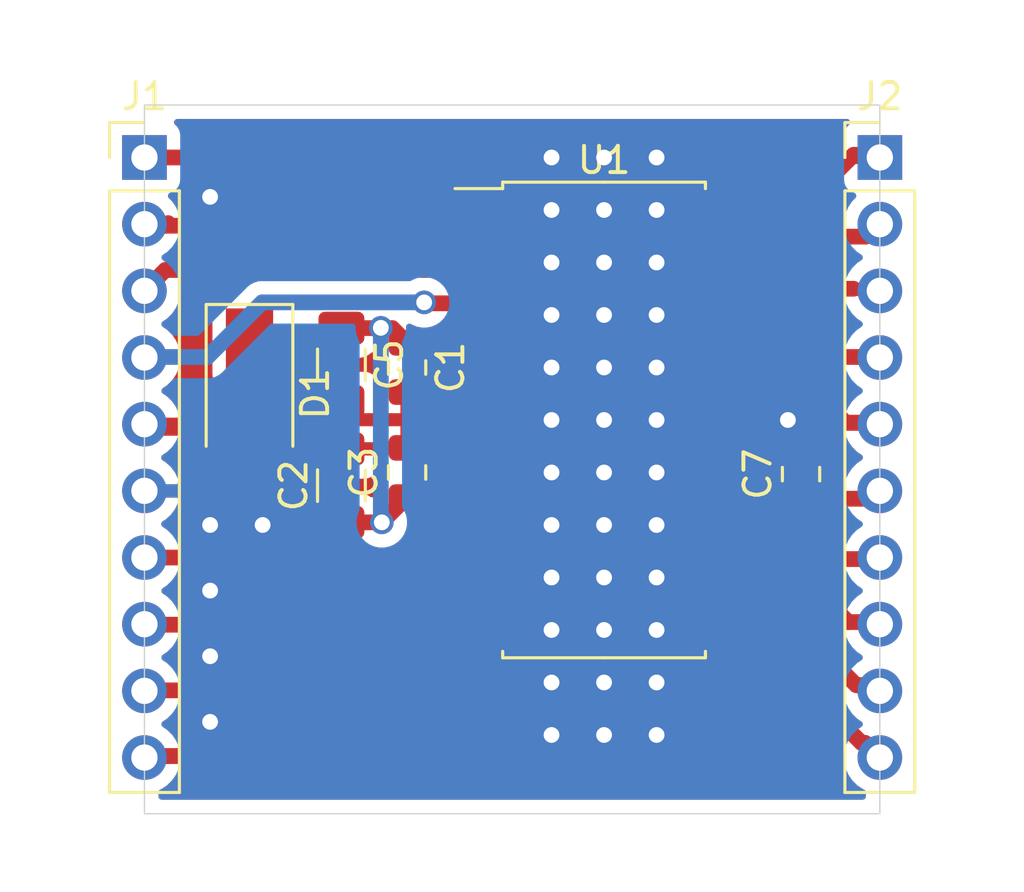
<source format=kicad_pcb>
(kicad_pcb (version 20171130) (host pcbnew "(5.1.5)-3")

  (general
    (thickness 1.6)
    (drawings 5)
    (tracks 217)
    (zones 0)
    (modules 9)
    (nets 22)
  )

  (page A4)
  (layers
    (0 F.Cu signal)
    (31 B.Cu signal)
    (32 B.Adhes user)
    (33 F.Adhes user)
    (34 B.Paste user)
    (35 F.Paste user)
    (36 B.SilkS user)
    (37 F.SilkS user)
    (38 B.Mask user)
    (39 F.Mask user)
    (40 Dwgs.User user)
    (41 Cmts.User user)
    (42 Eco1.User user)
    (43 Eco2.User user)
    (44 Edge.Cuts user)
    (45 Margin user)
    (46 B.CrtYd user)
    (47 F.CrtYd user)
    (48 B.Fab user)
    (49 F.Fab user)
  )

  (setup
    (last_trace_width 0.6)
    (trace_clearance 0.2)
    (zone_clearance 0.508)
    (zone_45_only no)
    (trace_min 0.2)
    (via_size 0.9)
    (via_drill 0.6)
    (via_min_size 0.4)
    (via_min_drill 0.3)
    (uvia_size 0.3)
    (uvia_drill 0.1)
    (uvias_allowed no)
    (uvia_min_size 0.2)
    (uvia_min_drill 0.1)
    (edge_width 0.05)
    (segment_width 0.2)
    (pcb_text_width 0.3)
    (pcb_text_size 1.5 1.5)
    (mod_edge_width 0.12)
    (mod_text_size 1 1)
    (mod_text_width 0.15)
    (pad_size 1.524 1.524)
    (pad_drill 0.762)
    (pad_to_mask_clearance 0.051)
    (solder_mask_min_width 0.25)
    (aux_axis_origin 0 0)
    (visible_elements FFFFFF7F)
    (pcbplotparams
      (layerselection 0x310fc_ffffffff)
      (usegerberextensions true)
      (usegerberattributes false)
      (usegerberadvancedattributes false)
      (creategerberjobfile false)
      (excludeedgelayer true)
      (linewidth 0.100000)
      (plotframeref false)
      (viasonmask false)
      (mode 1)
      (useauxorigin false)
      (hpglpennumber 1)
      (hpglpenspeed 20)
      (hpglpendiameter 15.000000)
      (psnegative false)
      (psa4output false)
      (plotreference true)
      (plotvalue true)
      (plotinvisibletext false)
      (padsonsilk true)
      (subtractmaskfromsilk false)
      (outputformat 1)
      (mirror false)
      (drillshape 0)
      (scaleselection 1)
      (outputdirectory "./gerbers"))
  )

  (net 0 "")
  (net 1 VS1)
  (net 2 GND)
  (net 3 VCC)
  (net 4 Vbat)
  (net 5 "Net-(J1-Pad1)")
  (net 6 "Net-(J1-Pad2)")
  (net 7 "Net-(J1-Pad3)")
  (net 8 "Net-(J1-Pad4)")
  (net 9 "Net-(J1-Pad7)")
  (net 10 "Net-(J1-Pad8)")
  (net 11 "Net-(J1-Pad9)")
  (net 12 "Net-(J1-Pad10)")
  (net 13 "Net-(J2-Pad10)")
  (net 14 "Net-(J2-Pad9)")
  (net 15 "Net-(J2-Pad8)")
  (net 16 "Net-(J2-Pad7)")
  (net 17 "Net-(J2-Pad5)")
  (net 18 "Net-(J2-Pad4)")
  (net 19 "Net-(J2-Pad3)")
  (net 20 "Net-(J2-Pad2)")
  (net 21 "Net-(J2-Pad1)")

  (net_class Default "Ceci est la Netclass par défaut."
    (clearance 0.2)
    (trace_width 0.6)
    (via_dia 0.9)
    (via_drill 0.6)
    (uvia_dia 0.3)
    (uvia_drill 0.1)
    (add_net GND)
    (add_net "Net-(J1-Pad1)")
    (add_net "Net-(J1-Pad10)")
    (add_net "Net-(J1-Pad2)")
    (add_net "Net-(J1-Pad3)")
    (add_net "Net-(J1-Pad4)")
    (add_net "Net-(J1-Pad7)")
    (add_net "Net-(J1-Pad8)")
    (add_net "Net-(J1-Pad9)")
    (add_net "Net-(J2-Pad1)")
    (add_net "Net-(J2-Pad10)")
    (add_net "Net-(J2-Pad2)")
    (add_net "Net-(J2-Pad3)")
    (add_net "Net-(J2-Pad4)")
    (add_net "Net-(J2-Pad5)")
    (add_net "Net-(J2-Pad7)")
    (add_net "Net-(J2-Pad8)")
    (add_net "Net-(J2-Pad9)")
    (add_net VCC)
    (add_net VS1)
    (add_net Vbat)
  )

  (module Capacitor_SMD:C_0805_2012Metric (layer F.Cu) (tedit 5B36C52B) (tstamp 5EA2567C)
    (at 126.5 73 270)
    (descr "Capacitor SMD 0805 (2012 Metric), square (rectangular) end terminal, IPC_7351 nominal, (Body size source: https://docs.google.com/spreadsheets/d/1BsfQQcO9C6DZCsRaXUlFlo91Tg2WpOkGARC1WS5S8t0/edit?usp=sharing), generated with kicad-footprint-generator")
    (tags capacitor)
    (path /5E9E07C3)
    (attr smd)
    (fp_text reference C1 (at 0 -1.65 90) (layer F.SilkS)
      (effects (font (size 1 1) (thickness 0.15)))
    )
    (fp_text value 100nF (at 0 1.65 90) (layer F.Fab)
      (effects (font (size 1 1) (thickness 0.15)))
    )
    (fp_line (start -1 0.6) (end -1 -0.6) (layer F.Fab) (width 0.1))
    (fp_line (start -1 -0.6) (end 1 -0.6) (layer F.Fab) (width 0.1))
    (fp_line (start 1 -0.6) (end 1 0.6) (layer F.Fab) (width 0.1))
    (fp_line (start 1 0.6) (end -1 0.6) (layer F.Fab) (width 0.1))
    (fp_line (start -0.258578 -0.71) (end 0.258578 -0.71) (layer F.SilkS) (width 0.12))
    (fp_line (start -0.258578 0.71) (end 0.258578 0.71) (layer F.SilkS) (width 0.12))
    (fp_line (start -1.68 0.95) (end -1.68 -0.95) (layer F.CrtYd) (width 0.05))
    (fp_line (start -1.68 -0.95) (end 1.68 -0.95) (layer F.CrtYd) (width 0.05))
    (fp_line (start 1.68 -0.95) (end 1.68 0.95) (layer F.CrtYd) (width 0.05))
    (fp_line (start 1.68 0.95) (end -1.68 0.95) (layer F.CrtYd) (width 0.05))
    (fp_text user %R (at 0 0 90) (layer F.Fab)
      (effects (font (size 0.5 0.5) (thickness 0.08)))
    )
    (pad 1 smd roundrect (at -0.9375 0 270) (size 0.975 1.4) (layers F.Cu F.Paste F.Mask) (roundrect_rratio 0.25)
      (net 1 VS1))
    (pad 2 smd roundrect (at 0.9375 0 270) (size 0.975 1.4) (layers F.Cu F.Paste F.Mask) (roundrect_rratio 0.25)
      (net 2 GND))
    (model ${KISYS3DMOD}/Capacitor_SMD.3dshapes/C_0805_2012Metric.wrl
      (at (xyz 0 0 0))
      (scale (xyz 1 1 1))
      (rotate (xyz 0 0 0))
    )
  )

  (module Capacitor_SMD:C_0805_2012Metric (layer F.Cu) (tedit 5B36C52B) (tstamp 5EA2569E)
    (at 126.5 77 90)
    (descr "Capacitor SMD 0805 (2012 Metric), square (rectangular) end terminal, IPC_7351 nominal, (Body size source: https://docs.google.com/spreadsheets/d/1BsfQQcO9C6DZCsRaXUlFlo91Tg2WpOkGARC1WS5S8t0/edit?usp=sharing), generated with kicad-footprint-generator")
    (tags capacitor)
    (path /5E9E0D14)
    (attr smd)
    (fp_text reference C3 (at 0 -1.65 90) (layer F.SilkS)
      (effects (font (size 1 1) (thickness 0.15)))
    )
    (fp_text value 1uF (at 0 1.65 90) (layer F.Fab)
      (effects (font (size 1 1) (thickness 0.15)))
    )
    (fp_text user %R (at 0 0 90) (layer F.Fab)
      (effects (font (size 0.5 0.5) (thickness 0.08)))
    )
    (fp_line (start 1.68 0.95) (end -1.68 0.95) (layer F.CrtYd) (width 0.05))
    (fp_line (start 1.68 -0.95) (end 1.68 0.95) (layer F.CrtYd) (width 0.05))
    (fp_line (start -1.68 -0.95) (end 1.68 -0.95) (layer F.CrtYd) (width 0.05))
    (fp_line (start -1.68 0.95) (end -1.68 -0.95) (layer F.CrtYd) (width 0.05))
    (fp_line (start -0.258578 0.71) (end 0.258578 0.71) (layer F.SilkS) (width 0.12))
    (fp_line (start -0.258578 -0.71) (end 0.258578 -0.71) (layer F.SilkS) (width 0.12))
    (fp_line (start 1 0.6) (end -1 0.6) (layer F.Fab) (width 0.1))
    (fp_line (start 1 -0.6) (end 1 0.6) (layer F.Fab) (width 0.1))
    (fp_line (start -1 -0.6) (end 1 -0.6) (layer F.Fab) (width 0.1))
    (fp_line (start -1 0.6) (end -1 -0.6) (layer F.Fab) (width 0.1))
    (pad 2 smd roundrect (at 0.9375 0 90) (size 0.975 1.4) (layers F.Cu F.Paste F.Mask) (roundrect_rratio 0.25)
      (net 2 GND))
    (pad 1 smd roundrect (at -0.9375 0 90) (size 0.975 1.4) (layers F.Cu F.Paste F.Mask) (roundrect_rratio 0.25)
      (net 1 VS1))
    (model ${KISYS3DMOD}/Capacitor_SMD.3dshapes/C_0805_2012Metric.wrl
      (at (xyz 0 0 0))
      (scale (xyz 1 1 1))
      (rotate (xyz 0 0 0))
    )
  )

  (module Capacitor_SMD:C_1206_3216Metric (layer F.Cu) (tedit 5B301BBE) (tstamp 5EA256C0)
    (at 124 72.9 270)
    (descr "Capacitor SMD 1206 (3216 Metric), square (rectangular) end terminal, IPC_7351 nominal, (Body size source: http://www.tortai-tech.com/upload/download/2011102023233369053.pdf), generated with kicad-footprint-generator")
    (tags capacitor)
    (path /5E9E1242)
    (attr smd)
    (fp_text reference C5 (at 0 -1.82 90) (layer F.SilkS)
      (effects (font (size 1 1) (thickness 0.15)))
    )
    (fp_text value 10uF (at 0 1.82 90) (layer F.Fab)
      (effects (font (size 1 1) (thickness 0.15)))
    )
    (fp_line (start -1.6 0.8) (end -1.6 -0.8) (layer F.Fab) (width 0.1))
    (fp_line (start -1.6 -0.8) (end 1.6 -0.8) (layer F.Fab) (width 0.1))
    (fp_line (start 1.6 -0.8) (end 1.6 0.8) (layer F.Fab) (width 0.1))
    (fp_line (start 1.6 0.8) (end -1.6 0.8) (layer F.Fab) (width 0.1))
    (fp_line (start -0.602064 -0.91) (end 0.602064 -0.91) (layer F.SilkS) (width 0.12))
    (fp_line (start -0.602064 0.91) (end 0.602064 0.91) (layer F.SilkS) (width 0.12))
    (fp_line (start -2.28 1.12) (end -2.28 -1.12) (layer F.CrtYd) (width 0.05))
    (fp_line (start -2.28 -1.12) (end 2.28 -1.12) (layer F.CrtYd) (width 0.05))
    (fp_line (start 2.28 -1.12) (end 2.28 1.12) (layer F.CrtYd) (width 0.05))
    (fp_line (start 2.28 1.12) (end -2.28 1.12) (layer F.CrtYd) (width 0.05))
    (fp_text user %R (at 0 0 90) (layer F.Fab)
      (effects (font (size 0.8 0.8) (thickness 0.12)))
    )
    (pad 1 smd roundrect (at -1.4 0 270) (size 1.25 1.75) (layers F.Cu F.Paste F.Mask) (roundrect_rratio 0.2)
      (net 1 VS1))
    (pad 2 smd roundrect (at 1.4 0 270) (size 1.25 1.75) (layers F.Cu F.Paste F.Mask) (roundrect_rratio 0.2)
      (net 2 GND))
    (model ${KISYS3DMOD}/Capacitor_SMD.3dshapes/C_1206_3216Metric.wrl
      (at (xyz 0 0 0))
      (scale (xyz 1 1 1))
      (rotate (xyz 0 0 0))
    )
  )

  (module Capacitor_SMD:C_0805_2012Metric (layer F.Cu) (tedit 5B36C52B) (tstamp 5EA256E2)
    (at 141.5 77.0625 90)
    (descr "Capacitor SMD 0805 (2012 Metric), square (rectangular) end terminal, IPC_7351 nominal, (Body size source: https://docs.google.com/spreadsheets/d/1BsfQQcO9C6DZCsRaXUlFlo91Tg2WpOkGARC1WS5S8t0/edit?usp=sharing), generated with kicad-footprint-generator")
    (tags capacitor)
    (path /5E9EB460)
    (attr smd)
    (fp_text reference C7 (at 0 -1.65 90) (layer F.SilkS)
      (effects (font (size 1 1) (thickness 0.15)))
    )
    (fp_text value 100nF (at 0 1.65 90) (layer F.Fab)
      (effects (font (size 1 1) (thickness 0.15)))
    )
    (fp_line (start -1 0.6) (end -1 -0.6) (layer F.Fab) (width 0.1))
    (fp_line (start -1 -0.6) (end 1 -0.6) (layer F.Fab) (width 0.1))
    (fp_line (start 1 -0.6) (end 1 0.6) (layer F.Fab) (width 0.1))
    (fp_line (start 1 0.6) (end -1 0.6) (layer F.Fab) (width 0.1))
    (fp_line (start -0.258578 -0.71) (end 0.258578 -0.71) (layer F.SilkS) (width 0.12))
    (fp_line (start -0.258578 0.71) (end 0.258578 0.71) (layer F.SilkS) (width 0.12))
    (fp_line (start -1.68 0.95) (end -1.68 -0.95) (layer F.CrtYd) (width 0.05))
    (fp_line (start -1.68 -0.95) (end 1.68 -0.95) (layer F.CrtYd) (width 0.05))
    (fp_line (start 1.68 -0.95) (end 1.68 0.95) (layer F.CrtYd) (width 0.05))
    (fp_line (start 1.68 0.95) (end -1.68 0.95) (layer F.CrtYd) (width 0.05))
    (fp_text user %R (at 0 0 90) (layer F.Fab)
      (effects (font (size 0.5 0.5) (thickness 0.08)))
    )
    (pad 1 smd roundrect (at -0.9375 0 90) (size 0.975 1.4) (layers F.Cu F.Paste F.Mask) (roundrect_rratio 0.25)
      (net 3 VCC))
    (pad 2 smd roundrect (at 0.9375 0 90) (size 0.975 1.4) (layers F.Cu F.Paste F.Mask) (roundrect_rratio 0.25)
      (net 2 GND))
    (model ${KISYS3DMOD}/Capacitor_SMD.3dshapes/C_0805_2012Metric.wrl
      (at (xyz 0 0 0))
      (scale (xyz 1 1 1))
      (rotate (xyz 0 0 0))
    )
  )

  (module Diode_SMD:D_SMA (layer F.Cu) (tedit 586432E5) (tstamp 5EA256FA)
    (at 120.5 74 270)
    (descr "Diode SMA (DO-214AC)")
    (tags "Diode SMA (DO-214AC)")
    (path /5E98D96B)
    (attr smd)
    (fp_text reference D1 (at 0 -2.5 90) (layer F.SilkS)
      (effects (font (size 1 1) (thickness 0.15)))
    )
    (fp_text value B140-E3 (at 0 2.6 90) (layer F.Fab)
      (effects (font (size 1 1) (thickness 0.15)))
    )
    (fp_text user %R (at 0 -2.5 90) (layer F.Fab)
      (effects (font (size 1 1) (thickness 0.15)))
    )
    (fp_line (start -3.4 -1.65) (end -3.4 1.65) (layer F.SilkS) (width 0.12))
    (fp_line (start 2.3 1.5) (end -2.3 1.5) (layer F.Fab) (width 0.1))
    (fp_line (start -2.3 1.5) (end -2.3 -1.5) (layer F.Fab) (width 0.1))
    (fp_line (start 2.3 -1.5) (end 2.3 1.5) (layer F.Fab) (width 0.1))
    (fp_line (start 2.3 -1.5) (end -2.3 -1.5) (layer F.Fab) (width 0.1))
    (fp_line (start -3.5 -1.75) (end 3.5 -1.75) (layer F.CrtYd) (width 0.05))
    (fp_line (start 3.5 -1.75) (end 3.5 1.75) (layer F.CrtYd) (width 0.05))
    (fp_line (start 3.5 1.75) (end -3.5 1.75) (layer F.CrtYd) (width 0.05))
    (fp_line (start -3.5 1.75) (end -3.5 -1.75) (layer F.CrtYd) (width 0.05))
    (fp_line (start -0.64944 0.00102) (end -1.55114 0.00102) (layer F.Fab) (width 0.1))
    (fp_line (start 0.50118 0.00102) (end 1.4994 0.00102) (layer F.Fab) (width 0.1))
    (fp_line (start -0.64944 -0.79908) (end -0.64944 0.80112) (layer F.Fab) (width 0.1))
    (fp_line (start 0.50118 0.75032) (end 0.50118 -0.79908) (layer F.Fab) (width 0.1))
    (fp_line (start -0.64944 0.00102) (end 0.50118 0.75032) (layer F.Fab) (width 0.1))
    (fp_line (start -0.64944 0.00102) (end 0.50118 -0.79908) (layer F.Fab) (width 0.1))
    (fp_line (start -3.4 1.65) (end 2 1.65) (layer F.SilkS) (width 0.12))
    (fp_line (start -3.4 -1.65) (end 2 -1.65) (layer F.SilkS) (width 0.12))
    (pad 1 smd rect (at -2 0 270) (size 2.5 1.8) (layers F.Cu F.Paste F.Mask)
      (net 1 VS1))
    (pad 2 smd rect (at 2 0 270) (size 2.5 1.8) (layers F.Cu F.Paste F.Mask)
      (net 4 Vbat))
    (model ${KISYS3DMOD}/Diode_SMD.3dshapes/D_SMA.wrl
      (at (xyz 0 0 0))
      (scale (xyz 1 1 1))
      (rotate (xyz 0 0 0))
    )
  )

  (module Connector_PinHeader_2.54mm:PinHeader_1x10_P2.54mm_Vertical (layer F.Cu) (tedit 59FED5CC) (tstamp 5EA25730)
    (at 116.5 65)
    (descr "Through hole straight pin header, 1x10, 2.54mm pitch, single row")
    (tags "Through hole pin header THT 1x10 2.54mm single row")
    (path /5EA20985)
    (fp_text reference J1 (at 0 -2.33) (layer F.SilkS)
      (effects (font (size 1 1) (thickness 0.15)))
    )
    (fp_text value Conn_01x10 (at 0 25.19) (layer F.Fab)
      (effects (font (size 1 1) (thickness 0.15)))
    )
    (fp_line (start -0.635 -1.27) (end 1.27 -1.27) (layer F.Fab) (width 0.1))
    (fp_line (start 1.27 -1.27) (end 1.27 24.13) (layer F.Fab) (width 0.1))
    (fp_line (start 1.27 24.13) (end -1.27 24.13) (layer F.Fab) (width 0.1))
    (fp_line (start -1.27 24.13) (end -1.27 -0.635) (layer F.Fab) (width 0.1))
    (fp_line (start -1.27 -0.635) (end -0.635 -1.27) (layer F.Fab) (width 0.1))
    (fp_line (start -1.33 24.19) (end 1.33 24.19) (layer F.SilkS) (width 0.12))
    (fp_line (start -1.33 1.27) (end -1.33 24.19) (layer F.SilkS) (width 0.12))
    (fp_line (start 1.33 1.27) (end 1.33 24.19) (layer F.SilkS) (width 0.12))
    (fp_line (start -1.33 1.27) (end 1.33 1.27) (layer F.SilkS) (width 0.12))
    (fp_line (start -1.33 0) (end -1.33 -1.33) (layer F.SilkS) (width 0.12))
    (fp_line (start -1.33 -1.33) (end 0 -1.33) (layer F.SilkS) (width 0.12))
    (fp_line (start -1.8 -1.8) (end -1.8 24.65) (layer F.CrtYd) (width 0.05))
    (fp_line (start -1.8 24.65) (end 1.8 24.65) (layer F.CrtYd) (width 0.05))
    (fp_line (start 1.8 24.65) (end 1.8 -1.8) (layer F.CrtYd) (width 0.05))
    (fp_line (start 1.8 -1.8) (end -1.8 -1.8) (layer F.CrtYd) (width 0.05))
    (fp_text user %R (at 0 11.43 90) (layer F.Fab)
      (effects (font (size 1 1) (thickness 0.15)))
    )
    (pad 1 thru_hole rect (at 0 0) (size 1.7 1.7) (drill 1) (layers *.Cu *.Mask)
      (net 5 "Net-(J1-Pad1)"))
    (pad 2 thru_hole oval (at 0 2.54) (size 1.7 1.7) (drill 1) (layers *.Cu *.Mask)
      (net 6 "Net-(J1-Pad2)"))
    (pad 3 thru_hole oval (at 0 5.08) (size 1.7 1.7) (drill 1) (layers *.Cu *.Mask)
      (net 7 "Net-(J1-Pad3)"))
    (pad 4 thru_hole oval (at 0 7.62) (size 1.7 1.7) (drill 1) (layers *.Cu *.Mask)
      (net 8 "Net-(J1-Pad4)"))
    (pad 5 thru_hole oval (at 0 10.16) (size 1.7 1.7) (drill 1) (layers *.Cu *.Mask)
      (net 4 Vbat))
    (pad 6 thru_hole oval (at 0 12.7) (size 1.7 1.7) (drill 1) (layers *.Cu *.Mask)
      (net 2 GND))
    (pad 7 thru_hole oval (at 0 15.24) (size 1.7 1.7) (drill 1) (layers *.Cu *.Mask)
      (net 9 "Net-(J1-Pad7)"))
    (pad 8 thru_hole oval (at 0 17.78) (size 1.7 1.7) (drill 1) (layers *.Cu *.Mask)
      (net 10 "Net-(J1-Pad8)"))
    (pad 9 thru_hole oval (at 0 20.32) (size 1.7 1.7) (drill 1) (layers *.Cu *.Mask)
      (net 11 "Net-(J1-Pad9)"))
    (pad 10 thru_hole oval (at 0 22.86) (size 1.7 1.7) (drill 1) (layers *.Cu *.Mask)
      (net 12 "Net-(J1-Pad10)"))
    (model ${KISYS3DMOD}/Connector_PinHeader_2.54mm.3dshapes/PinHeader_1x10_P2.54mm_Vertical.wrl
      (at (xyz 0 0 0))
      (scale (xyz 1 1 1))
      (rotate (xyz 0 0 0))
    )
  )

  (module Connector_PinHeader_2.54mm:PinHeader_1x10_P2.54mm_Vertical (layer F.Cu) (tedit 59FED5CC) (tstamp 5EA2574E)
    (at 144.5 65)
    (descr "Through hole straight pin header, 1x10, 2.54mm pitch, single row")
    (tags "Through hole pin header THT 1x10 2.54mm single row")
    (path /5EA236B2)
    (fp_text reference J2 (at 0 -2.33) (layer F.SilkS)
      (effects (font (size 1 1) (thickness 0.15)))
    )
    (fp_text value Conn_01x10 (at 0 25.19) (layer F.Fab)
      (effects (font (size 1 1) (thickness 0.15)))
    )
    (fp_text user %R (at 0 11.43 90) (layer F.Fab)
      (effects (font (size 1 1) (thickness 0.15)))
    )
    (fp_line (start 1.8 -1.8) (end -1.8 -1.8) (layer F.CrtYd) (width 0.05))
    (fp_line (start 1.8 24.65) (end 1.8 -1.8) (layer F.CrtYd) (width 0.05))
    (fp_line (start -1.8 24.65) (end 1.8 24.65) (layer F.CrtYd) (width 0.05))
    (fp_line (start -1.8 -1.8) (end -1.8 24.65) (layer F.CrtYd) (width 0.05))
    (fp_line (start -1.33 -1.33) (end 0 -1.33) (layer F.SilkS) (width 0.12))
    (fp_line (start -1.33 0) (end -1.33 -1.33) (layer F.SilkS) (width 0.12))
    (fp_line (start -1.33 1.27) (end 1.33 1.27) (layer F.SilkS) (width 0.12))
    (fp_line (start 1.33 1.27) (end 1.33 24.19) (layer F.SilkS) (width 0.12))
    (fp_line (start -1.33 1.27) (end -1.33 24.19) (layer F.SilkS) (width 0.12))
    (fp_line (start -1.33 24.19) (end 1.33 24.19) (layer F.SilkS) (width 0.12))
    (fp_line (start -1.27 -0.635) (end -0.635 -1.27) (layer F.Fab) (width 0.1))
    (fp_line (start -1.27 24.13) (end -1.27 -0.635) (layer F.Fab) (width 0.1))
    (fp_line (start 1.27 24.13) (end -1.27 24.13) (layer F.Fab) (width 0.1))
    (fp_line (start 1.27 -1.27) (end 1.27 24.13) (layer F.Fab) (width 0.1))
    (fp_line (start -0.635 -1.27) (end 1.27 -1.27) (layer F.Fab) (width 0.1))
    (pad 10 thru_hole oval (at 0 22.86) (size 1.7 1.7) (drill 1) (layers *.Cu *.Mask)
      (net 13 "Net-(J2-Pad10)"))
    (pad 9 thru_hole oval (at 0 20.32) (size 1.7 1.7) (drill 1) (layers *.Cu *.Mask)
      (net 14 "Net-(J2-Pad9)"))
    (pad 8 thru_hole oval (at 0 17.78) (size 1.7 1.7) (drill 1) (layers *.Cu *.Mask)
      (net 15 "Net-(J2-Pad8)"))
    (pad 7 thru_hole oval (at 0 15.24) (size 1.7 1.7) (drill 1) (layers *.Cu *.Mask)
      (net 16 "Net-(J2-Pad7)"))
    (pad 6 thru_hole oval (at 0 12.7) (size 1.7 1.7) (drill 1) (layers *.Cu *.Mask)
      (net 3 VCC))
    (pad 5 thru_hole oval (at 0 10.16) (size 1.7 1.7) (drill 1) (layers *.Cu *.Mask)
      (net 17 "Net-(J2-Pad5)"))
    (pad 4 thru_hole oval (at 0 7.62) (size 1.7 1.7) (drill 1) (layers *.Cu *.Mask)
      (net 18 "Net-(J2-Pad4)"))
    (pad 3 thru_hole oval (at 0 5.08) (size 1.7 1.7) (drill 1) (layers *.Cu *.Mask)
      (net 19 "Net-(J2-Pad3)"))
    (pad 2 thru_hole oval (at 0 2.54) (size 1.7 1.7) (drill 1) (layers *.Cu *.Mask)
      (net 20 "Net-(J2-Pad2)"))
    (pad 1 thru_hole rect (at 0 0) (size 1.7 1.7) (drill 1) (layers *.Cu *.Mask)
      (net 21 "Net-(J2-Pad1)"))
    (model ${KISYS3DMOD}/Connector_PinHeader_2.54mm.3dshapes/PinHeader_1x10_P2.54mm_Vertical.wrl
      (at (xyz 0 0 0))
      (scale (xyz 1 1 1))
      (rotate (xyz 0 0 0))
    )
  )

  (module Package_SO:SOIC-28W_7.5x17.9mm_P1.27mm (layer F.Cu) (tedit 5D9F72B1) (tstamp 5EA26B9D)
    (at 134 75)
    (descr "SOIC, 28 Pin (JEDEC MS-013AE, https://www.analog.com/media/en/package-pcb-resources/package/35833120341221rw_28.pdf), generated with kicad-footprint-generator ipc_gullwing_generator.py")
    (tags "SOIC SO")
    (path /5E98C0BB)
    (attr smd)
    (fp_text reference U1 (at 0 -9.9) (layer F.SilkS)
      (effects (font (size 1 1) (thickness 0.15)))
    )
    (fp_text value NCV7708BDWR2G (at 0 9.9) (layer F.Fab)
      (effects (font (size 1 1) (thickness 0.15)))
    )
    (fp_line (start 0 9.06) (end 3.86 9.06) (layer F.SilkS) (width 0.12))
    (fp_line (start 3.86 9.06) (end 3.86 8.815) (layer F.SilkS) (width 0.12))
    (fp_line (start 0 9.06) (end -3.86 9.06) (layer F.SilkS) (width 0.12))
    (fp_line (start -3.86 9.06) (end -3.86 8.815) (layer F.SilkS) (width 0.12))
    (fp_line (start 0 -9.06) (end 3.86 -9.06) (layer F.SilkS) (width 0.12))
    (fp_line (start 3.86 -9.06) (end 3.86 -8.815) (layer F.SilkS) (width 0.12))
    (fp_line (start 0 -9.06) (end -3.86 -9.06) (layer F.SilkS) (width 0.12))
    (fp_line (start -3.86 -9.06) (end -3.86 -8.815) (layer F.SilkS) (width 0.12))
    (fp_line (start -3.86 -8.815) (end -5.675 -8.815) (layer F.SilkS) (width 0.12))
    (fp_line (start -2.75 -8.95) (end 3.75 -8.95) (layer F.Fab) (width 0.1))
    (fp_line (start 3.75 -8.95) (end 3.75 8.95) (layer F.Fab) (width 0.1))
    (fp_line (start 3.75 8.95) (end -3.75 8.95) (layer F.Fab) (width 0.1))
    (fp_line (start -3.75 8.95) (end -3.75 -7.95) (layer F.Fab) (width 0.1))
    (fp_line (start -3.75 -7.95) (end -2.75 -8.95) (layer F.Fab) (width 0.1))
    (fp_line (start -5.93 -9.2) (end -5.93 9.2) (layer F.CrtYd) (width 0.05))
    (fp_line (start -5.93 9.2) (end 5.93 9.2) (layer F.CrtYd) (width 0.05))
    (fp_line (start 5.93 9.2) (end 5.93 -9.2) (layer F.CrtYd) (width 0.05))
    (fp_line (start 5.93 -9.2) (end -5.93 -9.2) (layer F.CrtYd) (width 0.05))
    (fp_text user %R (at 3.744999 0.774999) (layer F.Fab)
      (effects (font (size 1 1) (thickness 0.15)))
    )
    (pad 1 smd roundrect (at -4.65 -8.255) (size 2.05 0.6) (layers F.Cu F.Paste F.Mask) (roundrect_rratio 0.25)
      (net 5 "Net-(J1-Pad1)"))
    (pad 2 smd roundrect (at -4.65 -6.985) (size 2.05 0.6) (layers F.Cu F.Paste F.Mask) (roundrect_rratio 0.25)
      (net 6 "Net-(J1-Pad2)"))
    (pad 3 smd roundrect (at -4.65 -5.715) (size 2.05 0.6) (layers F.Cu F.Paste F.Mask) (roundrect_rratio 0.25)
      (net 7 "Net-(J1-Pad3)"))
    (pad 4 smd roundrect (at -4.65 -4.445) (size 2.05 0.6) (layers F.Cu F.Paste F.Mask) (roundrect_rratio 0.25)
      (net 8 "Net-(J1-Pad4)"))
    (pad 5 smd roundrect (at -4.65 -3.175) (size 2.05 0.6) (layers F.Cu F.Paste F.Mask) (roundrect_rratio 0.25)
      (net 1 VS1))
    (pad 6 smd roundrect (at -4.65 -1.905) (size 2.05 0.6) (layers F.Cu F.Paste F.Mask) (roundrect_rratio 0.25)
      (net 2 GND))
    (pad 7 smd roundrect (at -4.65 -0.635) (size 2.05 0.6) (layers F.Cu F.Paste F.Mask) (roundrect_rratio 0.25)
      (net 2 GND))
    (pad 8 smd roundrect (at -4.65 0.635) (size 2.05 0.6) (layers F.Cu F.Paste F.Mask) (roundrect_rratio 0.25)
      (net 2 GND))
    (pad 9 smd roundrect (at -4.65 1.905) (size 2.05 0.6) (layers F.Cu F.Paste F.Mask) (roundrect_rratio 0.25)
      (net 2 GND))
    (pad 10 smd roundrect (at -4.65 3.175) (size 2.05 0.6) (layers F.Cu F.Paste F.Mask) (roundrect_rratio 0.25)
      (net 1 VS1))
    (pad 11 smd roundrect (at -4.65 4.445) (size 2.05 0.6) (layers F.Cu F.Paste F.Mask) (roundrect_rratio 0.25)
      (net 9 "Net-(J1-Pad7)"))
    (pad 12 smd roundrect (at -4.65 5.715) (size 2.05 0.6) (layers F.Cu F.Paste F.Mask) (roundrect_rratio 0.25)
      (net 10 "Net-(J1-Pad8)"))
    (pad 13 smd roundrect (at -4.65 6.985) (size 2.05 0.6) (layers F.Cu F.Paste F.Mask) (roundrect_rratio 0.25)
      (net 11 "Net-(J1-Pad9)"))
    (pad 14 smd roundrect (at -4.65 8.255) (size 2.05 0.6) (layers F.Cu F.Paste F.Mask) (roundrect_rratio 0.25)
      (net 12 "Net-(J1-Pad10)"))
    (pad 15 smd roundrect (at 4.65 8.255) (size 2.05 0.6) (layers F.Cu F.Paste F.Mask) (roundrect_rratio 0.25)
      (net 13 "Net-(J2-Pad10)"))
    (pad 16 smd roundrect (at 4.65 6.985) (size 2.05 0.6) (layers F.Cu F.Paste F.Mask) (roundrect_rratio 0.25)
      (net 14 "Net-(J2-Pad9)"))
    (pad 17 smd roundrect (at 4.65 5.715) (size 2.05 0.6) (layers F.Cu F.Paste F.Mask) (roundrect_rratio 0.25)
      (net 15 "Net-(J2-Pad8)"))
    (pad 18 smd roundrect (at 4.65 4.445) (size 2.05 0.6) (layers F.Cu F.Paste F.Mask) (roundrect_rratio 0.25)
      (net 16 "Net-(J2-Pad7)"))
    (pad 19 smd roundrect (at 4.65 3.175) (size 2.05 0.6) (layers F.Cu F.Paste F.Mask) (roundrect_rratio 0.25)
      (net 3 VCC))
    (pad 20 smd roundrect (at 4.65 1.905) (size 2.05 0.6) (layers F.Cu F.Paste F.Mask) (roundrect_rratio 0.25)
      (net 2 GND))
    (pad 21 smd roundrect (at 4.65 0.635) (size 2.05 0.6) (layers F.Cu F.Paste F.Mask) (roundrect_rratio 0.25)
      (net 2 GND))
    (pad 22 smd roundrect (at 4.65 -0.635) (size 2.05 0.6) (layers F.Cu F.Paste F.Mask) (roundrect_rratio 0.25)
      (net 2 GND))
    (pad 23 smd roundrect (at 4.65 -1.905) (size 2.05 0.6) (layers F.Cu F.Paste F.Mask) (roundrect_rratio 0.25)
      (net 2 GND))
    (pad 24 smd roundrect (at 4.65 -3.175) (size 2.05 0.6) (layers F.Cu F.Paste F.Mask) (roundrect_rratio 0.25)
      (net 17 "Net-(J2-Pad5)"))
    (pad 25 smd roundrect (at 4.65 -4.445) (size 2.05 0.6) (layers F.Cu F.Paste F.Mask) (roundrect_rratio 0.25)
      (net 18 "Net-(J2-Pad4)"))
    (pad 26 smd roundrect (at 4.65 -5.715) (size 2.05 0.6) (layers F.Cu F.Paste F.Mask) (roundrect_rratio 0.25)
      (net 19 "Net-(J2-Pad3)"))
    (pad 27 smd roundrect (at 4.65 -6.985) (size 2.05 0.6) (layers F.Cu F.Paste F.Mask) (roundrect_rratio 0.25)
      (net 20 "Net-(J2-Pad2)"))
    (pad 28 smd roundrect (at 4.65 -8.255) (size 2.05 0.6) (layers F.Cu F.Paste F.Mask) (roundrect_rratio 0.25)
      (net 21 "Net-(J2-Pad1)"))
    (model ${KISYS3DMOD}/Package_SO.3dshapes/SOIC-28W_7.5x17.9mm_P1.27mm.wrl
      (at (xyz 0 0 0))
      (scale (xyz 1 1 1))
      (rotate (xyz 0 0 0))
    )
  )

  (module Capacitor_SMD:C_1206_3216Metric (layer F.Cu) (tedit 5B301BBE) (tstamp 5EA26172)
    (at 124 77.5 90)
    (descr "Capacitor SMD 1206 (3216 Metric), square (rectangular) end terminal, IPC_7351 nominal, (Body size source: http://www.tortai-tech.com/upload/download/2011102023233369053.pdf), generated with kicad-footprint-generator")
    (tags capacitor)
    (path /5EA533A4)
    (attr smd)
    (fp_text reference C2 (at 0 -1.82 90) (layer F.SilkS)
      (effects (font (size 1 1) (thickness 0.15)))
    )
    (fp_text value 10uF (at 0 1.82 90) (layer F.Fab)
      (effects (font (size 1 1) (thickness 0.15)))
    )
    (fp_line (start -1.6 0.8) (end -1.6 -0.8) (layer F.Fab) (width 0.1))
    (fp_line (start -1.6 -0.8) (end 1.6 -0.8) (layer F.Fab) (width 0.1))
    (fp_line (start 1.6 -0.8) (end 1.6 0.8) (layer F.Fab) (width 0.1))
    (fp_line (start 1.6 0.8) (end -1.6 0.8) (layer F.Fab) (width 0.1))
    (fp_line (start -0.602064 -0.91) (end 0.602064 -0.91) (layer F.SilkS) (width 0.12))
    (fp_line (start -0.602064 0.91) (end 0.602064 0.91) (layer F.SilkS) (width 0.12))
    (fp_line (start -2.28 1.12) (end -2.28 -1.12) (layer F.CrtYd) (width 0.05))
    (fp_line (start -2.28 -1.12) (end 2.28 -1.12) (layer F.CrtYd) (width 0.05))
    (fp_line (start 2.28 -1.12) (end 2.28 1.12) (layer F.CrtYd) (width 0.05))
    (fp_line (start 2.28 1.12) (end -2.28 1.12) (layer F.CrtYd) (width 0.05))
    (fp_text user %R (at 0 0 90) (layer F.Fab)
      (effects (font (size 0.8 0.8) (thickness 0.12)))
    )
    (pad 1 smd roundrect (at -1.4 0 90) (size 1.25 1.75) (layers F.Cu F.Paste F.Mask) (roundrect_rratio 0.2)
      (net 1 VS1))
    (pad 2 smd roundrect (at 1.4 0 90) (size 1.25 1.75) (layers F.Cu F.Paste F.Mask) (roundrect_rratio 0.2)
      (net 2 GND))
    (model ${KISYS3DMOD}/Capacitor_SMD.3dshapes/C_1206_3216Metric.wrl
      (at (xyz 0 0 0))
      (scale (xyz 1 1 1))
      (rotate (xyz 0 0 0))
    )
  )

  (gr_line (start 116.5 90) (end 116.5 65) (layer Edge.Cuts) (width 0.05) (tstamp 5EA26113))
  (gr_line (start 144.5 90) (end 116.5 90) (layer Edge.Cuts) (width 0.05))
  (gr_line (start 144.5 63) (end 144.5 90) (layer Edge.Cuts) (width 0.05))
  (gr_line (start 116.5 63) (end 144.5 63) (layer Edge.Cuts) (width 0.05))
  (gr_line (start 116.5 65) (end 116.5 63) (layer Edge.Cuts) (width 0.05))

  (via (at 125.5 71.49) (size 0.9) (drill 0.6) (layers F.Cu B.Cu) (net 1))
  (segment (start 125.49 71.5) (end 125.5 71.49) (width 0.5) (layer F.Cu) (net 1))
  (segment (start 125.49 71.5) (end 125.9375 71.5) (width 0.5) (layer F.Cu) (net 1))
  (segment (start 124 71.5) (end 125.49 71.5) (width 0.5) (layer F.Cu) (net 1))
  (via (at 125.5375 78.9) (size 0.9) (drill 0.6) (layers F.Cu B.Cu) (net 1))
  (segment (start 125.5 78.8625) (end 125.5375 78.9) (width 0.6) (layer B.Cu) (net 1))
  (segment (start 125.5 71.49) (end 125.5 78.8625) (width 0.6) (layer B.Cu) (net 1))
  (segment (start 126.7375 78.175) (end 126.5 77.9375) (width 0.6) (layer F.Cu) (net 1))
  (segment (start 129.35 78.175) (end 126.7375 78.175) (width 0.6) (layer F.Cu) (net 1))
  (segment (start 125.5375 78.9) (end 126.5 77.9375) (width 0.6) (layer F.Cu) (net 1))
  (segment (start 124 78.9) (end 125.5375 78.9) (width 0.6) (layer F.Cu) (net 1))
  (segment (start 123.5 72) (end 124 71.5) (width 0.6) (layer F.Cu) (net 1))
  (segment (start 120.5 72) (end 123.5 72) (width 0.6) (layer F.Cu) (net 1))
  (segment (start 125.9375 71.5) (end 126.5 72.0625) (width 0.6) (layer F.Cu) (net 1))
  (segment (start 124 71.5) (end 125.9375 71.5) (width 0.6) (layer F.Cu) (net 1))
  (segment (start 126.7375 71.825) (end 126.5 72.0625) (width 0.6) (layer F.Cu) (net 1))
  (segment (start 129.35 71.825) (end 126.7375 71.825) (width 0.6) (layer F.Cu) (net 1))
  (segment (start 129.35 73.095) (end 129.565 73.095) (width 0.5) (layer F.Cu) (net 2))
  (segment (start 129.565 73.095) (end 129.59 73.07) (width 0.5) (layer F.Cu) (net 2))
  (segment (start 129.59 73.07) (end 131.09 73.07) (width 0.5) (layer F.Cu) (net 2))
  (segment (start 131.095 76.905) (end 129.35 76.905) (width 0.5) (layer F.Cu) (net 2))
  (segment (start 129.35 75.635) (end 129.945 75.635) (width 0.5) (layer F.Cu) (net 2))
  (segment (start 129.945 75.635) (end 129.95 75.63) (width 0.5) (layer F.Cu) (net 2))
  (segment (start 129.35 74.365) (end 130.035 74.365) (width 0.5) (layer F.Cu) (net 2))
  (segment (start 130.04 74.36) (end 131.09 74.36) (width 0.5) (layer F.Cu) (net 2))
  (segment (start 130.035 74.365) (end 130.04 74.36) (width 0.5) (layer F.Cu) (net 2))
  (segment (start 129.35 74.365) (end 128.735 74.365) (width 0.5) (layer F.Cu) (net 2))
  (segment (start 128.735 74.365) (end 128.72 74.38) (width 0.5) (layer F.Cu) (net 2))
  (segment (start 128.72 74.38) (end 127.88 74.38) (width 0.5) (layer F.Cu) (net 2))
  (segment (start 127.4375 73.9375) (end 126.5 73.9375) (width 0.5) (layer F.Cu) (net 2))
  (segment (start 127.88 74.38) (end 127.4375 73.9375) (width 0.5) (layer F.Cu) (net 2))
  (segment (start 126.41 74.99) (end 126.57 75.15) (width 0.5) (layer F.Cu) (net 2))
  (segment (start 124 74.99) (end 126.41 74.99) (width 0.5) (layer F.Cu) (net 2))
  (segment (start 124 74.99) (end 124 74.3) (width 0.5) (layer F.Cu) (net 2))
  (segment (start 124 76.1) (end 124 74.99) (width 0.5) (layer F.Cu) (net 2))
  (segment (start 126.5 76.0625) (end 126.57 75.15) (width 0.5) (layer F.Cu) (net 2))
  (segment (start 131.09 76.9) (end 131.095 76.905) (width 0.5) (layer F.Cu) (net 2))
  (segment (start 131.195 75.635) (end 131.22 75.61) (width 0.5) (layer F.Cu) (net 2))
  (segment (start 129.35 75.635) (end 131.195 75.635) (width 0.5) (layer F.Cu) (net 2))
  (segment (start 131.22 75.61) (end 131.09 76.9) (width 0.5) (layer F.Cu) (net 2))
  (segment (start 124 76.1) (end 123.83 76.1) (width 0.5) (layer F.Cu) (net 2))
  (segment (start 123.83 76.1) (end 121.38 78.55) (width 0.5) (layer F.Cu) (net 2))
  (segment (start 117.97 77.7) (end 116.97501 77.7) (width 0.5) (layer F.Cu) (net 2))
  (segment (start 118.82 78.55) (end 117.97 77.7) (width 0.5) (layer F.Cu) (net 2))
  (segment (start 131.245 75.635) (end 131.22 75.61) (width 0.5) (layer F.Cu) (net 2))
  (segment (start 138.65 75.635) (end 131.245 75.635) (width 0.5) (layer F.Cu) (net 2))
  (segment (start 138.65 74.365) (end 131.445 74.365) (width 0.5) (layer F.Cu) (net 2))
  (segment (start 131.09 73.07) (end 131.33 74.25) (width 0.5) (layer F.Cu) (net 2))
  (segment (start 131.445 74.365) (end 131.33 74.25) (width 0.5) (layer F.Cu) (net 2))
  (segment (start 131.33 74.25) (end 131.22 75.61) (width 0.5) (layer F.Cu) (net 2))
  (segment (start 138.65 76.905) (end 129.35 76.905) (width 0.5) (layer F.Cu) (net 2))
  (via (at 132 65) (size 0.9) (drill 0.6) (layers F.Cu B.Cu) (net 2))
  (segment (start 131.595 73.095) (end 131.595 72.595) (width 0.5) (layer F.Cu) (net 2))
  (segment (start 131.595 73.095) (end 129.35 73.095) (width 0.5) (layer F.Cu) (net 2))
  (segment (start 131.595 72.595) (end 131.5 72.5) (width 0.5) (layer F.Cu) (net 2))
  (segment (start 138.65 73.095) (end 131.595 73.095) (width 0.5) (layer F.Cu) (net 2))
  (segment (start 132 72.19) (end 131.595 72.595) (width 0.5) (layer F.Cu) (net 2))
  (segment (start 132 72) (end 132 72.19) (width 0.5) (layer F.Cu) (net 2))
  (via (at 134 65) (size 0.9) (drill 0.6) (layers F.Cu B.Cu) (net 2) (tstamp 5EA26D1B))
  (via (at 136 65) (size 0.9) (drill 0.6) (layers F.Cu B.Cu) (net 2) (tstamp 5EA26D1D))
  (via (at 132 67) (size 0.9) (drill 0.6) (layers F.Cu B.Cu) (net 2) (tstamp 5EA26D1F))
  (via (at 134 67) (size 0.9) (drill 0.6) (layers F.Cu B.Cu) (net 2) (tstamp 5EA26D21))
  (via (at 136 67) (size 0.9) (drill 0.6) (layers F.Cu B.Cu) (net 2) (tstamp 5EA26D23))
  (via (at 132 69) (size 0.9) (drill 0.6) (layers F.Cu B.Cu) (net 2) (tstamp 5EA26D25))
  (via (at 134 69) (size 0.9) (drill 0.6) (layers F.Cu B.Cu) (net 2) (tstamp 5EA26D27))
  (via (at 136 69) (size 0.9) (drill 0.6) (layers F.Cu B.Cu) (net 2) (tstamp 5EA26D29))
  (via (at 132 71) (size 0.9) (drill 0.6) (layers F.Cu B.Cu) (net 2) (tstamp 5EA26D2B))
  (via (at 134 71) (size 0.9) (drill 0.6) (layers F.Cu B.Cu) (net 2) (tstamp 5EA26D2D))
  (via (at 136 71) (size 0.9) (drill 0.6) (layers F.Cu B.Cu) (net 2) (tstamp 5EA26D2F))
  (via (at 132 73) (size 0.9) (drill 0.6) (layers F.Cu B.Cu) (net 2) (tstamp 5EA26D31))
  (via (at 134 73) (size 0.9) (drill 0.6) (layers F.Cu B.Cu) (net 2) (tstamp 5EA26D33))
  (via (at 136 73) (size 0.9) (drill 0.6) (layers F.Cu B.Cu) (net 2) (tstamp 5EA26D35))
  (via (at 132 75) (size 0.9) (drill 0.6) (layers F.Cu B.Cu) (net 2) (tstamp 5EA26D37))
  (via (at 134 75) (size 0.9) (drill 0.6) (layers F.Cu B.Cu) (net 2) (tstamp 5EA26D39))
  (via (at 136 75) (size 0.9) (drill 0.6) (layers F.Cu B.Cu) (net 2) (tstamp 5EA26D3B))
  (via (at 132 77) (size 0.9) (drill 0.6) (layers F.Cu B.Cu) (net 2) (tstamp 5EA26D3D))
  (via (at 134 77) (size 0.9) (drill 0.6) (layers F.Cu B.Cu) (net 2) (tstamp 5EA26D3F))
  (via (at 136 77) (size 0.9) (drill 0.6) (layers F.Cu B.Cu) (net 2) (tstamp 5EA26D41))
  (via (at 132 79) (size 0.9) (drill 0.6) (layers F.Cu B.Cu) (net 2) (tstamp 5EA26D43))
  (via (at 134 79) (size 0.9) (drill 0.6) (layers F.Cu B.Cu) (net 2) (tstamp 5EA26D45))
  (via (at 136 79) (size 0.9) (drill 0.6) (layers F.Cu B.Cu) (net 2) (tstamp 5EA26D47))
  (via (at 132 81) (size 0.9) (drill 0.6) (layers F.Cu B.Cu) (net 2) (tstamp 5EA26D49))
  (via (at 134 81) (size 0.9) (drill 0.6) (layers F.Cu B.Cu) (net 2) (tstamp 5EA26D4B))
  (via (at 136 81) (size 0.9) (drill 0.6) (layers F.Cu B.Cu) (net 2) (tstamp 5EA26D4D))
  (via (at 132 83) (size 0.9) (drill 0.6) (layers F.Cu B.Cu) (net 2) (tstamp 5EA26D4F))
  (via (at 134 83) (size 0.9) (drill 0.6) (layers F.Cu B.Cu) (net 2) (tstamp 5EA26D51))
  (via (at 136 83) (size 0.9) (drill 0.6) (layers F.Cu B.Cu) (net 2) (tstamp 5EA26D53))
  (via (at 132 85) (size 0.9) (drill 0.6) (layers F.Cu B.Cu) (net 2) (tstamp 5EA26D55))
  (via (at 134 85) (size 0.9) (drill 0.6) (layers F.Cu B.Cu) (net 2) (tstamp 5EA26D57))
  (via (at 136 85) (size 0.9) (drill 0.6) (layers F.Cu B.Cu) (net 2) (tstamp 5EA26D59))
  (via (at 132 87) (size 0.9) (drill 0.6) (layers F.Cu B.Cu) (net 2) (tstamp 5EA26D5B))
  (via (at 134 87) (size 0.9) (drill 0.6) (layers F.Cu B.Cu) (net 2) (tstamp 5EA26D5D))
  (via (at 136 87) (size 0.9) (drill 0.6) (layers F.Cu B.Cu) (net 2) (tstamp 5EA26D5F))
  (segment (start 136 65) (end 136 87) (width 0.5) (layer F.Cu) (net 2))
  (segment (start 134 65) (end 134 87) (width 0.5) (layer F.Cu) (net 2))
  (segment (start 132 65) (end 132 87) (width 0.5) (layer F.Cu) (net 2))
  (segment (start 132 87) (end 136 87) (width 0.5) (layer F.Cu) (net 2))
  (via (at 119 79) (size 0.9) (drill 0.6) (layers F.Cu B.Cu) (net 2))
  (segment (start 119.45 78.55) (end 119 79) (width 0.5) (layer F.Cu) (net 2))
  (segment (start 119.55 78.55) (end 118.82 78.55) (width 0.5) (layer F.Cu) (net 2))
  (segment (start 119.55 78.55) (end 119.45 78.55) (width 0.5) (layer F.Cu) (net 2))
  (segment (start 121.38 78.55) (end 119.55 78.55) (width 0.5) (layer F.Cu) (net 2))
  (segment (start 121.38 78.55) (end 121.38 78.62) (width 0.5) (layer F.Cu) (net 2))
  (via (at 121 79) (size 0.9) (drill 0.6) (layers F.Cu B.Cu) (net 2))
  (segment (start 121.38 78.62) (end 121 79) (width 0.5) (layer F.Cu) (net 2))
  (via (at 141 75) (size 0.9) (drill 0.6) (layers F.Cu B.Cu) (net 2))
  (segment (start 140.635 75.635) (end 140.635 75.365) (width 0.5) (layer F.Cu) (net 2))
  (segment (start 140.635 75.365) (end 141 75) (width 0.5) (layer F.Cu) (net 2))
  (segment (start 140.635 75.635) (end 141.01 75.635) (width 0.5) (layer F.Cu) (net 2))
  (segment (start 138.65 75.635) (end 140.635 75.635) (width 0.5) (layer F.Cu) (net 2))
  (segment (start 129.35 74.365) (end 127.135 74.365) (width 0.6) (layer F.Cu) (net 2))
  (segment (start 126.57 75.15) (end 126.7 74.8) (width 0.5) (layer F.Cu) (net 2))
  (segment (start 127.135 74.365) (end 126.7 74.8) (width 0.6) (layer F.Cu) (net 2))
  (segment (start 126.7 74.8) (end 126.5 73.9375) (width 0.5) (layer F.Cu) (net 2))
  (segment (start 141.01 75.635) (end 141.5 76.125) (width 0.6) (layer F.Cu) (net 2))
  (segment (start 138.65 75.635) (end 141.01 75.635) (width 0.6) (layer F.Cu) (net 2))
  (via (at 119 81.5) (size 0.9) (drill 0.6) (layers F.Cu B.Cu) (net 2))
  (segment (start 119 79) (end 119 81.5) (width 0.6) (layer B.Cu) (net 2))
  (via (at 119 84) (size 0.9) (drill 0.6) (layers F.Cu B.Cu) (net 2))
  (segment (start 119 81.5) (end 119 84) (width 0.6) (layer B.Cu) (net 2))
  (via (at 119 86.5) (size 0.9) (drill 0.6) (layers F.Cu B.Cu) (net 2))
  (segment (start 119 84) (end 119 86.5) (width 0.6) (layer B.Cu) (net 2))
  (via (at 119 66.5) (size 0.9) (drill 0.6) (layers F.Cu B.Cu) (net 2))
  (segment (start 132 65) (end 120.5 65) (width 0.6) (layer B.Cu) (net 2))
  (segment (start 120.5 65) (end 119 66.5) (width 0.6) (layer B.Cu) (net 2))
  (segment (start 141.5 78) (end 144.02499 78) (width 0.5) (layer F.Cu) (net 3))
  (segment (start 141.325 78.175) (end 141.5 78) (width 0.6) (layer F.Cu) (net 3))
  (segment (start 138.65 78.175) (end 141.325 78.175) (width 0.6) (layer F.Cu) (net 3))
  (segment (start 141.5 78) (end 143.97499 78) (width 0.6) (layer F.Cu) (net 3))
  (segment (start 117.92 75.16) (end 116.97501 75.16) (width 0.5) (layer F.Cu) (net 4))
  (segment (start 118.9 76) (end 118.2 75.3) (width 0.6) (layer F.Cu) (net 4))
  (segment (start 120.5 76) (end 118.9 76) (width 0.6) (layer F.Cu) (net 4))
  (segment (start 118.2 75.3) (end 117.92 75.16) (width 0.5) (layer F.Cu) (net 4))
  (segment (start 118.2 75.3) (end 117.02501 75.3) (width 0.6) (layer F.Cu) (net 4))
  (segment (start 129.35 66.745) (end 128.945 66.745) (width 0.5) (layer F.Cu) (net 5))
  (segment (start 128.945 66.745) (end 128.94 66.75) (width 0.5) (layer F.Cu) (net 5))
  (segment (start 128.94 66.75) (end 127.17 66.75) (width 0.6) (layer F.Cu) (net 5))
  (segment (start 125.42 65) (end 116.97501 65) (width 0.5) (layer F.Cu) (net 5))
  (segment (start 127.17 66.75) (end 125.42 65) (width 0.6) (layer F.Cu) (net 5))
  (segment (start 125.42 65) (end 117.02501 65) (width 0.6) (layer F.Cu) (net 5))
  (segment (start 124.915 68.015) (end 124.5 67.6) (width 0.6) (layer F.Cu) (net 6))
  (segment (start 129.35 68.015) (end 124.915 68.015) (width 0.6) (layer F.Cu) (net 6))
  (segment (start 117.3 67.6) (end 117.4 67.5) (width 0.6) (layer F.Cu) (net 6))
  (segment (start 124.5 67.6) (end 117.3 67.6) (width 0.6) (layer F.Cu) (net 6))
  (segment (start 117.4 67.5) (end 116.97501 67.54) (width 0.5) (layer F.Cu) (net 6))
  (segment (start 129.35 69.285) (end 129.065 69.285) (width 0.5) (layer F.Cu) (net 7))
  (segment (start 129.065 69.285) (end 129.04 69.31) (width 0.5) (layer F.Cu) (net 7))
  (segment (start 117.27 69.31) (end 116.97501 69.60499) (width 0.5) (layer F.Cu) (net 7))
  (segment (start 129.04 69.31) (end 117.27 69.31) (width 0.5) (layer F.Cu) (net 7))
  (segment (start 117.295 69.285) (end 117.02501 69.55499) (width 0.6) (layer F.Cu) (net 7))
  (segment (start 129.35 69.285) (end 117.295 69.285) (width 0.6) (layer F.Cu) (net 7))
  (via (at 127.15 70.52) (size 0.9) (drill 0.6) (layers F.Cu B.Cu) (net 8))
  (segment (start 118.87 72.62) (end 116.97501 72.62) (width 0.5) (layer B.Cu) (net 8))
  (segment (start 127.185 70.555) (end 127.15 70.52) (width 0.6) (layer F.Cu) (net 8))
  (segment (start 129.35 70.555) (end 127.185 70.555) (width 0.6) (layer F.Cu) (net 8))
  (segment (start 127.15 70.52) (end 120.98 70.52) (width 0.6) (layer B.Cu) (net 8))
  (segment (start 120.98 70.52) (end 118.9 72.6) (width 0.6) (layer B.Cu) (net 8))
  (segment (start 118.9 72.6) (end 118.87 72.62) (width 0.5) (layer B.Cu) (net 8))
  (segment (start 118.9 72.6) (end 117.02501 72.6) (width 0.6) (layer B.Cu) (net 8))
  (segment (start 126.23 80.24) (end 116.97501 80.24) (width 0.5) (layer F.Cu) (net 9))
  (segment (start 127.025 79.445) (end 126.23 80.24) (width 0.6) (layer F.Cu) (net 9))
  (segment (start 129.35 79.445) (end 127.025 79.445) (width 0.6) (layer F.Cu) (net 9))
  (segment (start 126.23 80.24) (end 117.02501 80.24) (width 0.6) (layer F.Cu) (net 9))
  (segment (start 127.215 80.715) (end 127.2 80.7) (width 0.6) (layer F.Cu) (net 10))
  (segment (start 129.35 80.715) (end 127.215 80.715) (width 0.6) (layer F.Cu) (net 10))
  (segment (start 124.801384 82.8) (end 118.3 82.8) (width 0.6) (layer F.Cu) (net 10))
  (segment (start 126.886384 80.715) (end 124.801384 82.8) (width 0.6) (layer F.Cu) (net 10))
  (segment (start 127.215 80.715) (end 126.886384 80.715) (width 0.6) (layer F.Cu) (net 10))
  (segment (start 116.97501 82.78) (end 118.3 82.8) (width 0.5) (layer F.Cu) (net 10))
  (segment (start 118.600843 82.799157) (end 117.02501 82.799157) (width 0.6) (layer F.Cu) (net 10))
  (segment (start 118.3 82.8) (end 118.600843 82.799157) (width 0.5) (layer F.Cu) (net 10))
  (segment (start 126.815 81.985) (end 123.5 85.3) (width 0.6) (layer F.Cu) (net 11))
  (segment (start 129.35 81.985) (end 126.815 81.985) (width 0.6) (layer F.Cu) (net 11))
  (segment (start 116.97501 85.32) (end 123.5 85.3) (width 0.5) (layer F.Cu) (net 11))
  (segment (start 123.5 85.3) (end 117.02501 85.3) (width 0.6) (layer F.Cu) (net 11))
  (segment (start 129.35 83.255) (end 127.245 83.255) (width 0.6) (layer F.Cu) (net 12))
  (segment (start 129.35 83.255) (end 127.045 83.255) (width 0.6) (layer F.Cu) (net 12))
  (segment (start 127.045 83.255) (end 122.5 87.8) (width 0.6) (layer F.Cu) (net 12))
  (segment (start 122.5 87.8) (end 116.97501 87.86) (width 0.5) (layer F.Cu) (net 12))
  (segment (start 122.5 87.8) (end 117.02501 87.8) (width 0.6) (layer F.Cu) (net 12))
  (segment (start 139.755 83.255) (end 143.8 87.3) (width 0.6) (layer F.Cu) (net 13))
  (segment (start 138.65 83.255) (end 139.755 83.255) (width 0.6) (layer F.Cu) (net 13))
  (segment (start 143.8 87.3) (end 144.02499 87.53499) (width 0.5) (layer F.Cu) (net 13))
  (segment (start 143.94 87.3) (end 143.97499 87.33499) (width 0.6) (layer F.Cu) (net 13))
  (segment (start 143.8 87.3) (end 143.94 87.3) (width 0.6) (layer F.Cu) (net 13))
  (segment (start 140.005 81.985) (end 138.65 81.985) (width 0.5) (layer F.Cu) (net 14))
  (segment (start 140.485 81.985) (end 143.6 85.1) (width 0.6) (layer F.Cu) (net 14))
  (segment (start 138.65 81.985) (end 140.485 81.985) (width 0.6) (layer F.Cu) (net 14))
  (segment (start 143.6 85.1) (end 143.98 85.32) (width 0.5) (layer F.Cu) (net 14))
  (segment (start 143.6 85.1) (end 143.97499 85.1) (width 0.6) (layer F.Cu) (net 14))
  (segment (start 141.315 80.715) (end 142.5 81.9) (width 0.6) (layer F.Cu) (net 15))
  (segment (start 138.65 80.715) (end 141.315 80.715) (width 0.6) (layer F.Cu) (net 15))
  (segment (start 142.5 81.9) (end 143.3 82.7) (width 0.6) (layer F.Cu) (net 15))
  (segment (start 143.3 82.7) (end 143.97499 82.7) (width 0.6) (layer F.Cu) (net 15))
  (segment (start 141.845 79.445) (end 142.7 80.3) (width 0.6) (layer F.Cu) (net 16))
  (segment (start 138.65 79.445) (end 141.845 79.445) (width 0.6) (layer F.Cu) (net 16))
  (segment (start 142.7 80.3) (end 144.02499 80.24) (width 0.5) (layer F.Cu) (net 16))
  (segment (start 142.7 80.3) (end 143.97499 80.3) (width 0.6) (layer F.Cu) (net 16))
  (segment (start 143.3 75.16) (end 144.02499 75.16) (width 0.5) (layer F.Cu) (net 17))
  (segment (start 139.925 71.825) (end 143.2 75.1) (width 0.6) (layer F.Cu) (net 17))
  (segment (start 138.65 71.825) (end 139.925 71.825) (width 0.6) (layer F.Cu) (net 17))
  (segment (start 143.2 75.1) (end 143.3 75.16) (width 0.5) (layer F.Cu) (net 17))
  (segment (start 143.2 75.1) (end 143.97499 75.1) (width 0.6) (layer F.Cu) (net 17))
  (segment (start 140.755 70.555) (end 142.8 72.6) (width 0.6) (layer F.Cu) (net 18))
  (segment (start 138.65 70.555) (end 140.755 70.555) (width 0.6) (layer F.Cu) (net 18))
  (segment (start 142.8 72.6) (end 143.97499 72.6) (width 0.6) (layer F.Cu) (net 18))
  (segment (start 141.585 69.285) (end 142.3 70) (width 0.6) (layer F.Cu) (net 19))
  (segment (start 138.65 69.285) (end 141.585 69.285) (width 0.6) (layer F.Cu) (net 19))
  (segment (start 142.3 70) (end 143.5 70) (width 0.6) (layer F.Cu) (net 19))
  (segment (start 143.5 70) (end 144.02499 70.08) (width 0.5) (layer F.Cu) (net 19))
  (segment (start 138.65 68.015) (end 144.02499 68.015) (width 0.5) (layer F.Cu) (net 20))
  (segment (start 138.65 68.015) (end 143.97499 68.015) (width 0.6) (layer F.Cu) (net 20))
  (segment (start 143.34 65) (end 144.02499 65) (width 0.5) (layer F.Cu) (net 21))
  (segment (start 141.655 66.745) (end 143.5 64.9) (width 0.6) (layer F.Cu) (net 21))
  (segment (start 138.65 66.745) (end 141.655 66.745) (width 0.6) (layer F.Cu) (net 21))
  (segment (start 143.5 64.9) (end 143.34 65) (width 0.5) (layer F.Cu) (net 21))
  (segment (start 143.5 64.9) (end 143.97499 64.9) (width 0.6) (layer F.Cu) (net 21))

  (zone (net 2) (net_name GND) (layer F.Cu) (tstamp 5EA2795F) (hatch edge 0.508)
    (connect_pads (clearance 0.508))
    (min_thickness 0.254)
    (fill yes (arc_segments 32) (thermal_gap 0.508) (thermal_bridge_width 0.508))
    (polygon
      (pts
        (xy 150 93) (xy 111 93) (xy 111 59) (xy 150 59)
      )
    )
    (filled_polygon
      (pts
        (xy 143.198815 63.698815) (xy 143.119463 63.795506) (xy 143.060498 63.90582) (xy 143.024188 64.025518) (xy 143.017054 64.097954)
        (xy 142.978028 64.118814) (xy 142.835656 64.235656) (xy 142.806374 64.271336) (xy 141.267711 65.81) (xy 139.55619 65.81)
        (xy 139.525 65.806928) (xy 137.775 65.806928) (xy 137.621255 65.822071) (xy 137.473418 65.866916) (xy 137.337171 65.939742)
        (xy 137.217749 66.037749) (xy 137.119742 66.157171) (xy 137.046916 66.293418) (xy 137.002071 66.441255) (xy 136.986928 66.595)
        (xy 136.986928 66.895) (xy 137.002071 67.048745) (xy 137.046916 67.196582) (xy 137.119742 67.332829) (xy 137.158454 67.38)
        (xy 137.119742 67.427171) (xy 137.046916 67.563418) (xy 137.002071 67.711255) (xy 136.986928 67.865) (xy 136.986928 68.165)
        (xy 137.002071 68.318745) (xy 137.046916 68.466582) (xy 137.119742 68.602829) (xy 137.158454 68.65) (xy 137.119742 68.697171)
        (xy 137.046916 68.833418) (xy 137.002071 68.981255) (xy 136.986928 69.135) (xy 136.986928 69.435) (xy 137.002071 69.588745)
        (xy 137.046916 69.736582) (xy 137.119742 69.872829) (xy 137.158454 69.92) (xy 137.119742 69.967171) (xy 137.046916 70.103418)
        (xy 137.002071 70.251255) (xy 136.986928 70.405) (xy 136.986928 70.705) (xy 137.002071 70.858745) (xy 137.046916 71.006582)
        (xy 137.119742 71.142829) (xy 137.158454 71.19) (xy 137.119742 71.237171) (xy 137.046916 71.373418) (xy 137.002071 71.521255)
        (xy 136.986928 71.675) (xy 136.986928 71.975) (xy 137.002071 72.128745) (xy 137.046916 72.276582) (xy 137.11873 72.410936)
        (xy 137.094463 72.440506) (xy 137.035498 72.55082) (xy 136.999188 72.670518) (xy 136.986928 72.795) (xy 136.99 72.80925)
        (xy 137.14875 72.968) (xy 138.523 72.968) (xy 138.523 72.948) (xy 138.777 72.948) (xy 138.777 72.968)
        (xy 138.797 72.968) (xy 138.797 73.222) (xy 138.777 73.222) (xy 138.777 74.238) (xy 140.15125 74.238)
        (xy 140.31 74.07925) (xy 140.313072 74.065) (xy 140.300812 73.940518) (xy 140.264502 73.82082) (xy 140.215957 73.73)
        (xy 140.264502 73.63918) (xy 140.29997 73.522259) (xy 141.78298 75.00527) (xy 141.627 75.16125) (xy 141.627 75.998)
        (xy 142.67625 75.998) (xy 142.752994 75.921256) (xy 142.84046 75.968007) (xy 142.963243 76.005253) (xy 143.016707 76.021471)
        (xy 143.148689 76.03447) (xy 143.169112 76.039596) (xy 143.234653 76.042846) (xy 143.256523 76.045) (xy 143.278091 76.045)
        (xy 143.306278 76.046398) (xy 143.346525 76.106632) (xy 143.553368 76.313475) (xy 143.72776 76.43) (xy 143.553368 76.546525)
        (xy 143.346525 76.753368) (xy 143.18401 76.996589) (xy 143.155673 77.065) (xy 142.649583 77.065) (xy 142.651185 77.063685)
        (xy 142.730537 76.966994) (xy 142.789502 76.85668) (xy 142.825812 76.736982) (xy 142.838072 76.6125) (xy 142.835 76.41075)
        (xy 142.67625 76.252) (xy 141.627 76.252) (xy 141.627 76.272) (xy 141.373 76.272) (xy 141.373 76.252)
        (xy 141.353 76.252) (xy 141.353 75.998) (xy 141.373 75.998) (xy 141.373 75.16125) (xy 141.21425 75.0025)
        (xy 140.8 74.999428) (xy 140.675518 75.011688) (xy 140.55582 75.047998) (xy 140.445506 75.106963) (xy 140.348815 75.186315)
        (xy 140.303827 75.241133) (xy 140.300812 75.210518) (xy 140.264502 75.09082) (xy 140.215957 75) (xy 140.264502 74.90918)
        (xy 140.300812 74.789482) (xy 140.313072 74.665) (xy 140.31 74.65075) (xy 140.15125 74.492) (xy 138.777 74.492)
        (xy 138.777 75.508) (xy 138.797 75.508) (xy 138.797 75.762) (xy 138.777 75.762) (xy 138.777 76.778)
        (xy 138.797 76.778) (xy 138.797 77.032) (xy 138.777 77.032) (xy 138.777 77.052) (xy 138.523 77.052)
        (xy 138.523 77.032) (xy 137.14875 77.032) (xy 136.99 77.19075) (xy 136.986928 77.205) (xy 136.999188 77.329482)
        (xy 137.035498 77.44918) (xy 137.094463 77.559494) (xy 137.11873 77.589064) (xy 137.046916 77.723418) (xy 137.002071 77.871255)
        (xy 136.986928 78.025) (xy 136.986928 78.325) (xy 137.002071 78.478745) (xy 137.046916 78.626582) (xy 137.119742 78.762829)
        (xy 137.158454 78.81) (xy 137.119742 78.857171) (xy 137.046916 78.993418) (xy 137.002071 79.141255) (xy 136.986928 79.295)
        (xy 136.986928 79.595) (xy 137.002071 79.748745) (xy 137.046916 79.896582) (xy 137.119742 80.032829) (xy 137.158454 80.08)
        (xy 137.119742 80.127171) (xy 137.046916 80.263418) (xy 137.002071 80.411255) (xy 136.986928 80.565) (xy 136.986928 80.865)
        (xy 137.002071 81.018745) (xy 137.046916 81.166582) (xy 137.119742 81.302829) (xy 137.158454 81.35) (xy 137.119742 81.397171)
        (xy 137.046916 81.533418) (xy 137.002071 81.681255) (xy 136.986928 81.835) (xy 136.986928 82.135) (xy 137.002071 82.288745)
        (xy 137.046916 82.436582) (xy 137.119742 82.572829) (xy 137.158454 82.62) (xy 137.119742 82.667171) (xy 137.046916 82.803418)
        (xy 137.002071 82.951255) (xy 136.986928 83.105) (xy 136.986928 83.405) (xy 137.002071 83.558745) (xy 137.046916 83.706582)
        (xy 137.119742 83.842829) (xy 137.217749 83.962251) (xy 137.337171 84.060258) (xy 137.473418 84.133084) (xy 137.621255 84.177929)
        (xy 137.775 84.193072) (xy 139.370783 84.193072) (xy 143.015 87.837289) (xy 143.015 88.00626) (xy 143.072068 88.293158)
        (xy 143.18401 88.563411) (xy 143.346525 88.806632) (xy 143.553368 89.013475) (xy 143.796589 89.17599) (xy 143.840001 89.193972)
        (xy 143.840001 89.34) (xy 117.16 89.34) (xy 117.16 89.193971) (xy 117.203411 89.17599) (xy 117.446632 89.013475)
        (xy 117.653475 88.806632) (xy 117.699882 88.737179) (xy 117.900564 88.735) (xy 122.454068 88.735) (xy 122.5 88.739524)
        (xy 122.545932 88.735) (xy 122.683292 88.721471) (xy 122.85954 88.668007) (xy 123.021972 88.581186) (xy 123.164344 88.464344)
        (xy 123.19363 88.428659) (xy 127.432289 84.19) (xy 128.44381 84.19) (xy 128.475 84.193072) (xy 130.225 84.193072)
        (xy 130.378745 84.177929) (xy 130.526582 84.133084) (xy 130.662829 84.060258) (xy 130.782251 83.962251) (xy 130.880258 83.842829)
        (xy 130.953084 83.706582) (xy 130.997929 83.558745) (xy 131.013072 83.405) (xy 131.013072 83.105) (xy 130.997929 82.951255)
        (xy 130.953084 82.803418) (xy 130.880258 82.667171) (xy 130.841546 82.62) (xy 130.880258 82.572829) (xy 130.953084 82.436582)
        (xy 130.997929 82.288745) (xy 131.013072 82.135) (xy 131.013072 81.835) (xy 130.997929 81.681255) (xy 130.953084 81.533418)
        (xy 130.880258 81.397171) (xy 130.841546 81.35) (xy 130.880258 81.302829) (xy 130.953084 81.166582) (xy 130.997929 81.018745)
        (xy 131.013072 80.865) (xy 131.013072 80.565) (xy 130.997929 80.411255) (xy 130.953084 80.263418) (xy 130.880258 80.127171)
        (xy 130.841546 80.08) (xy 130.880258 80.032829) (xy 130.953084 79.896582) (xy 130.997929 79.748745) (xy 131.013072 79.595)
        (xy 131.013072 79.295) (xy 130.997929 79.141255) (xy 130.953084 78.993418) (xy 130.880258 78.857171) (xy 130.841546 78.81)
        (xy 130.880258 78.762829) (xy 130.953084 78.626582) (xy 130.997929 78.478745) (xy 131.013072 78.325) (xy 131.013072 78.025)
        (xy 130.997929 77.871255) (xy 130.953084 77.723418) (xy 130.88127 77.589064) (xy 130.905537 77.559494) (xy 130.964502 77.44918)
        (xy 131.000812 77.329482) (xy 131.013072 77.205) (xy 131.01 77.19075) (xy 130.85125 77.032) (xy 129.477 77.032)
        (xy 129.477 77.052) (xy 129.223 77.052) (xy 129.223 77.032) (xy 129.203 77.032) (xy 129.203 76.778)
        (xy 129.223 76.778) (xy 129.223 75.762) (xy 129.477 75.762) (xy 129.477 76.778) (xy 130.85125 76.778)
        (xy 131.01 76.61925) (xy 131.013072 76.605) (xy 131.000812 76.480518) (xy 130.964502 76.36082) (xy 130.915957 76.27)
        (xy 130.964502 76.17918) (xy 131.000812 76.059482) (xy 131.013072 75.935) (xy 136.986928 75.935) (xy 136.999188 76.059482)
        (xy 137.035498 76.17918) (xy 137.084043 76.27) (xy 137.035498 76.36082) (xy 136.999188 76.480518) (xy 136.986928 76.605)
        (xy 136.99 76.61925) (xy 137.14875 76.778) (xy 138.523 76.778) (xy 138.523 75.762) (xy 137.14875 75.762)
        (xy 136.99 75.92075) (xy 136.986928 75.935) (xy 131.013072 75.935) (xy 131.01 75.92075) (xy 130.85125 75.762)
        (xy 129.477 75.762) (xy 129.223 75.762) (xy 129.203 75.762) (xy 129.203 75.508) (xy 129.223 75.508)
        (xy 129.223 74.492) (xy 129.477 74.492) (xy 129.477 75.508) (xy 130.85125 75.508) (xy 131.01 75.34925)
        (xy 131.013072 75.335) (xy 131.000812 75.210518) (xy 130.964502 75.09082) (xy 130.915957 75) (xy 130.964502 74.90918)
        (xy 131.000812 74.789482) (xy 131.013072 74.665) (xy 136.986928 74.665) (xy 136.999188 74.789482) (xy 137.035498 74.90918)
        (xy 137.084043 75) (xy 137.035498 75.09082) (xy 136.999188 75.210518) (xy 136.986928 75.335) (xy 136.99 75.34925)
        (xy 137.14875 75.508) (xy 138.523 75.508) (xy 138.523 74.492) (xy 137.14875 74.492) (xy 136.99 74.65075)
        (xy 136.986928 74.665) (xy 131.013072 74.665) (xy 131.01 74.65075) (xy 130.85125 74.492) (xy 129.477 74.492)
        (xy 129.223 74.492) (xy 129.203 74.492) (xy 129.203 74.238) (xy 129.223 74.238) (xy 129.223 73.222)
        (xy 129.477 73.222) (xy 129.477 74.238) (xy 130.85125 74.238) (xy 131.01 74.07925) (xy 131.013072 74.065)
        (xy 131.000812 73.940518) (xy 130.964502 73.82082) (xy 130.915957 73.73) (xy 130.964502 73.63918) (xy 131.000812 73.519482)
        (xy 131.013072 73.395) (xy 136.986928 73.395) (xy 136.999188 73.519482) (xy 137.035498 73.63918) (xy 137.084043 73.73)
        (xy 137.035498 73.82082) (xy 136.999188 73.940518) (xy 136.986928 74.065) (xy 136.99 74.07925) (xy 137.14875 74.238)
        (xy 138.523 74.238) (xy 138.523 73.222) (xy 137.14875 73.222) (xy 136.99 73.38075) (xy 136.986928 73.395)
        (xy 131.013072 73.395) (xy 131.01 73.38075) (xy 130.85125 73.222) (xy 129.477 73.222) (xy 129.223 73.222)
        (xy 129.203 73.222) (xy 129.203 72.968) (xy 129.223 72.968) (xy 129.223 72.948) (xy 129.477 72.948)
        (xy 129.477 72.968) (xy 130.85125 72.968) (xy 131.01 72.80925) (xy 131.013072 72.795) (xy 131.000812 72.670518)
        (xy 130.964502 72.55082) (xy 130.905537 72.440506) (xy 130.88127 72.410936) (xy 130.953084 72.276582) (xy 130.997929 72.128745)
        (xy 131.013072 71.975) (xy 131.013072 71.675) (xy 130.997929 71.521255) (xy 130.953084 71.373418) (xy 130.880258 71.237171)
        (xy 130.841546 71.19) (xy 130.880258 71.142829) (xy 130.953084 71.006582) (xy 130.997929 70.858745) (xy 131.013072 70.705)
        (xy 131.013072 70.405) (xy 130.997929 70.251255) (xy 130.953084 70.103418) (xy 130.880258 69.967171) (xy 130.841546 69.92)
        (xy 130.880258 69.872829) (xy 130.953084 69.736582) (xy 130.997929 69.588745) (xy 131.013072 69.435) (xy 131.013072 69.135)
        (xy 130.997929 68.981255) (xy 130.953084 68.833418) (xy 130.880258 68.697171) (xy 130.841546 68.65) (xy 130.880258 68.602829)
        (xy 130.953084 68.466582) (xy 130.997929 68.318745) (xy 131.013072 68.165) (xy 131.013072 67.865) (xy 130.997929 67.711255)
        (xy 130.953084 67.563418) (xy 130.880258 67.427171) (xy 130.841546 67.38) (xy 130.880258 67.332829) (xy 130.953084 67.196582)
        (xy 130.997929 67.048745) (xy 131.013072 66.895) (xy 131.013072 66.595) (xy 130.997929 66.441255) (xy 130.953084 66.293418)
        (xy 130.880258 66.157171) (xy 130.782251 66.037749) (xy 130.662829 65.939742) (xy 130.526582 65.866916) (xy 130.378745 65.822071)
        (xy 130.225 65.806928) (xy 128.475 65.806928) (xy 128.393046 65.815) (xy 127.557289 65.815) (xy 126.11363 64.371341)
        (xy 126.084344 64.335656) (xy 125.941972 64.218814) (xy 125.77954 64.131993) (xy 125.603292 64.078529) (xy 125.465932 64.065)
        (xy 125.42 64.060476) (xy 125.374068 64.065) (xy 117.979701 64.065) (xy 117.975812 64.025518) (xy 117.939502 63.90582)
        (xy 117.880537 63.795506) (xy 117.801185 63.698815) (xy 117.753889 63.66) (xy 143.246111 63.66)
      )
    )
    (filled_polygon
      (pts
        (xy 122.112711 86.865) (xy 117.605107 86.865) (xy 117.446632 86.706525) (xy 117.27224 86.59) (xy 117.446632 86.473475)
        (xy 117.653475 86.266632) (xy 117.674611 86.235) (xy 122.742711 86.235)
      )
    )
    (filled_polygon
      (pts
        (xy 118.254068 83.735) (xy 123.742711 83.735) (xy 123.112711 84.365) (xy 117.645107 84.365) (xy 117.446632 84.166525)
        (xy 117.27224 84.05) (xy 117.446632 83.933475) (xy 117.64595 83.734157) (xy 118.245509 83.734157)
      )
    )
    (filled_polygon
      (pts
        (xy 124.414095 81.865) (xy 118.655334 81.865) (xy 118.646775 81.864157) (xy 117.674048 81.864157) (xy 117.653475 81.833368)
        (xy 117.446632 81.626525) (xy 117.27224 81.51) (xy 117.446632 81.393475) (xy 117.653475 81.186632) (xy 117.661247 81.175)
        (xy 125.104095 81.175)
      )
    )
    (filled_polygon
      (pts
        (xy 119.148815 70.298815) (xy 119.069463 70.395506) (xy 119.010498 70.50582) (xy 118.974188 70.625518) (xy 118.961928 70.75)
        (xy 118.961928 73.25) (xy 118.974188 73.374482) (xy 119.010498 73.49418) (xy 119.069463 73.604494) (xy 119.148815 73.701185)
        (xy 119.245506 73.780537) (xy 119.35582 73.839502) (xy 119.475518 73.875812) (xy 119.6 73.888072) (xy 121.4 73.888072)
        (xy 121.524482 73.875812) (xy 121.64418 73.839502) (xy 121.754494 73.780537) (xy 121.851185 73.701185) (xy 121.872674 73.675)
        (xy 122.486928 73.675) (xy 122.49 74.01425) (xy 122.64875 74.173) (xy 123.873 74.173) (xy 123.873 73.19875)
        (xy 123.71425 73.04) (xy 123.125 73.036928) (xy 123.000518 73.049188) (xy 122.88082 73.085498) (xy 122.770506 73.144463)
        (xy 122.673815 73.223815) (xy 122.594463 73.320506) (xy 122.535498 73.43082) (xy 122.499188 73.550518) (xy 122.486928 73.675)
        (xy 121.872674 73.675) (xy 121.930537 73.604494) (xy 121.989502 73.49418) (xy 122.025812 73.374482) (xy 122.038072 73.25)
        (xy 122.038072 72.935) (xy 123.454068 72.935) (xy 123.5 72.939524) (xy 123.545932 72.935) (xy 123.683292 72.921471)
        (xy 123.85954 72.868007) (xy 124.021972 72.781186) (xy 124.044044 72.763072) (xy 124.625 72.763072) (xy 124.798254 72.746008)
        (xy 124.96485 72.695472) (xy 125.118386 72.613405) (xy 125.199634 72.546727) (xy 125.229053 72.643709) (xy 125.310542 72.796164)
        (xy 125.420208 72.929792) (xy 125.426564 72.935008) (xy 125.348815 72.998815) (xy 125.269463 73.095506) (xy 125.239087 73.152335)
        (xy 125.229494 73.144463) (xy 125.11918 73.085498) (xy 124.999482 73.049188) (xy 124.875 73.036928) (xy 124.28575 73.04)
        (xy 124.127 73.19875) (xy 124.127 74.173) (xy 124.147 74.173) (xy 124.147 74.427) (xy 124.127 74.427)
        (xy 124.127 75.973) (xy 125.35125 75.973) (xy 125.38875 75.9355) (xy 126.373 75.9355) (xy 126.373 75.09875)
        (xy 126.27425 75) (xy 126.373 74.90125) (xy 126.373 74.0645) (xy 126.353 74.0645) (xy 126.353 73.8105)
        (xy 126.373 73.8105) (xy 126.373 73.7905) (xy 126.627 73.7905) (xy 126.627 73.8105) (xy 126.647 73.8105)
        (xy 126.647 74.0645) (xy 126.627 74.0645) (xy 126.627 74.90125) (xy 126.72575 75) (xy 126.627 75.09875)
        (xy 126.627 75.9355) (xy 126.647 75.9355) (xy 126.647 76.1895) (xy 126.627 76.1895) (xy 126.627 76.2095)
        (xy 126.373 76.2095) (xy 126.373 76.1895) (xy 125.32375 76.1895) (xy 125.28625 76.227) (xy 124.127 76.227)
        (xy 124.127 77.20125) (xy 124.28575 77.36) (xy 124.875 77.363072) (xy 124.999482 77.350812) (xy 125.11918 77.314502)
        (xy 125.229494 77.255537) (xy 125.326185 77.176185) (xy 125.405537 77.079494) (xy 125.417337 77.057419) (xy 125.426564 77.064992)
        (xy 125.420208 77.070208) (xy 125.310542 77.203836) (xy 125.229053 77.356291) (xy 125.178872 77.521715) (xy 125.161928 77.69375)
        (xy 125.161928 77.822329) (xy 125.118386 77.786595) (xy 124.96485 77.704528) (xy 124.798254 77.653992) (xy 124.625 77.636928)
        (xy 123.375 77.636928) (xy 123.201746 77.653992) (xy 123.03515 77.704528) (xy 122.881614 77.786595) (xy 122.747038 77.897038)
        (xy 122.636595 78.031614) (xy 122.554528 78.18515) (xy 122.503992 78.351746) (xy 122.486928 78.525) (xy 122.486928 79.275)
        (xy 122.489883 79.305) (xy 117.661247 79.305) (xy 117.653475 79.293368) (xy 117.446632 79.086525) (xy 117.264466 78.964805)
        (xy 117.381355 78.895178) (xy 117.597588 78.700269) (xy 117.771641 78.46692) (xy 117.896825 78.204099) (xy 117.941476 78.05689)
        (xy 117.820155 77.827) (xy 117.16 77.827) (xy 117.16 77.573) (xy 117.820155 77.573) (xy 117.941476 77.34311)
        (xy 117.896825 77.195901) (xy 117.771641 76.93308) (xy 117.597588 76.699731) (xy 117.381355 76.504822) (xy 117.264466 76.435195)
        (xy 117.446632 76.313475) (xy 117.525107 76.235) (xy 117.812711 76.235) (xy 118.206374 76.628664) (xy 118.235656 76.664344)
        (xy 118.378028 76.781186) (xy 118.54046 76.868007) (xy 118.660742 76.904494) (xy 118.716707 76.921471) (xy 118.73511 76.923283)
        (xy 118.854068 76.935) (xy 118.854074 76.935) (xy 118.899999 76.939523) (xy 118.945924 76.935) (xy 118.961928 76.935)
        (xy 118.961928 77.25) (xy 118.974188 77.374482) (xy 119.010498 77.49418) (xy 119.069463 77.604494) (xy 119.148815 77.701185)
        (xy 119.245506 77.780537) (xy 119.35582 77.839502) (xy 119.475518 77.875812) (xy 119.6 77.888072) (xy 121.4 77.888072)
        (xy 121.524482 77.875812) (xy 121.64418 77.839502) (xy 121.754494 77.780537) (xy 121.851185 77.701185) (xy 121.930537 77.604494)
        (xy 121.989502 77.49418) (xy 122.025812 77.374482) (xy 122.038072 77.25) (xy 122.038072 76.725) (xy 122.486928 76.725)
        (xy 122.499188 76.849482) (xy 122.535498 76.96918) (xy 122.594463 77.079494) (xy 122.673815 77.176185) (xy 122.770506 77.255537)
        (xy 122.88082 77.314502) (xy 123.000518 77.350812) (xy 123.125 77.363072) (xy 123.71425 77.36) (xy 123.873 77.20125)
        (xy 123.873 76.227) (xy 122.64875 76.227) (xy 122.49 76.38575) (xy 122.486928 76.725) (xy 122.038072 76.725)
        (xy 122.038072 74.925) (xy 122.486928 74.925) (xy 122.499188 75.049482) (xy 122.535498 75.16918) (xy 122.551972 75.2)
        (xy 122.535498 75.23082) (xy 122.499188 75.350518) (xy 122.486928 75.475) (xy 122.49 75.81425) (xy 122.64875 75.973)
        (xy 123.873 75.973) (xy 123.873 74.427) (xy 122.64875 74.427) (xy 122.49 74.58575) (xy 122.486928 74.925)
        (xy 122.038072 74.925) (xy 122.038072 74.75) (xy 122.025812 74.625518) (xy 121.989502 74.50582) (xy 121.930537 74.395506)
        (xy 121.851185 74.298815) (xy 121.754494 74.219463) (xy 121.64418 74.160498) (xy 121.524482 74.124188) (xy 121.4 74.111928)
        (xy 119.6 74.111928) (xy 119.475518 74.124188) (xy 119.35582 74.160498) (xy 119.245506 74.219463) (xy 119.148815 74.298815)
        (xy 119.069463 74.395506) (xy 119.010498 74.50582) (xy 118.974188 74.625518) (xy 118.962857 74.740568) (xy 118.89363 74.671341)
        (xy 118.864344 74.635656) (xy 118.721972 74.518814) (xy 118.55954 74.431993) (xy 118.383292 74.378529) (xy 118.324544 74.372743)
        (xy 118.260313 74.338411) (xy 118.20696 74.322226) (xy 118.154883 74.302298) (xy 118.123732 74.296979) (xy 118.09349 74.287805)
        (xy 118.037992 74.282339) (xy 117.98304 74.272956) (xy 117.907972 74.275) (xy 117.694656 74.275) (xy 117.653475 74.213368)
        (xy 117.446632 74.006525) (xy 117.27224 73.89) (xy 117.446632 73.773475) (xy 117.653475 73.566632) (xy 117.81599 73.323411)
        (xy 117.927932 73.053158) (xy 117.985 72.76626) (xy 117.985 72.47374) (xy 117.927932 72.186842) (xy 117.81599 71.916589)
        (xy 117.653475 71.673368) (xy 117.446632 71.466525) (xy 117.27224 71.35) (xy 117.446632 71.233475) (xy 117.653475 71.026632)
        (xy 117.81599 70.783411) (xy 117.927932 70.513158) (xy 117.985 70.22626) (xy 117.985 70.22) (xy 119.244852 70.22)
      )
    )
    (filled_polygon
      (pts
        (xy 127.829586 74.511164) (xy 127.831473 74.492002) (xy 127.848748 74.492002)
      )
    )
    (filled_polygon
      (pts
        (xy 126.177711 67.08) (xy 125.302289 67.08) (xy 125.193631 66.971342) (xy 125.164344 66.935656) (xy 125.021972 66.818814)
        (xy 124.85954 66.731993) (xy 124.683292 66.678529) (xy 124.545932 66.665) (xy 124.5 66.660476) (xy 124.454068 66.665)
        (xy 117.82129 66.665) (xy 117.75954 66.631994) (xy 117.658881 66.601459) (xy 117.653475 66.593368) (xy 117.52162 66.461513)
        (xy 117.59418 66.439502) (xy 117.704494 66.380537) (xy 117.801185 66.301185) (xy 117.880537 66.204494) (xy 117.939502 66.09418)
        (xy 117.975812 65.974482) (xy 117.979701 65.935) (xy 125.032711 65.935)
      )
    )
  )
  (zone (net 2) (net_name GND) (layer B.Cu) (tstamp 5EA2795C) (hatch edge 0.508)
    (connect_pads (clearance 0.508))
    (min_thickness 0.254)
    (fill yes (arc_segments 32) (thermal_gap 0.508) (thermal_bridge_width 0.508))
    (polygon
      (pts
        (xy 150 93) (xy 111 93) (xy 111 59) (xy 150 59)
      )
    )
    (filled_polygon
      (pts
        (xy 143.198815 63.698815) (xy 143.119463 63.795506) (xy 143.060498 63.90582) (xy 143.024188 64.025518) (xy 143.011928 64.15)
        (xy 143.011928 65.85) (xy 143.024188 65.974482) (xy 143.060498 66.09418) (xy 143.119463 66.204494) (xy 143.198815 66.301185)
        (xy 143.295506 66.380537) (xy 143.40582 66.439502) (xy 143.47838 66.461513) (xy 143.346525 66.593368) (xy 143.18401 66.836589)
        (xy 143.072068 67.106842) (xy 143.015 67.39374) (xy 143.015 67.68626) (xy 143.072068 67.973158) (xy 143.18401 68.243411)
        (xy 143.346525 68.486632) (xy 143.553368 68.693475) (xy 143.72776 68.81) (xy 143.553368 68.926525) (xy 143.346525 69.133368)
        (xy 143.18401 69.376589) (xy 143.072068 69.646842) (xy 143.015 69.93374) (xy 143.015 70.22626) (xy 143.072068 70.513158)
        (xy 143.18401 70.783411) (xy 143.346525 71.026632) (xy 143.553368 71.233475) (xy 143.72776 71.35) (xy 143.553368 71.466525)
        (xy 143.346525 71.673368) (xy 143.18401 71.916589) (xy 143.072068 72.186842) (xy 143.015 72.47374) (xy 143.015 72.76626)
        (xy 143.072068 73.053158) (xy 143.18401 73.323411) (xy 143.346525 73.566632) (xy 143.553368 73.773475) (xy 143.72776 73.89)
        (xy 143.553368 74.006525) (xy 143.346525 74.213368) (xy 143.18401 74.456589) (xy 143.072068 74.726842) (xy 143.015 75.01374)
        (xy 143.015 75.30626) (xy 143.072068 75.593158) (xy 143.18401 75.863411) (xy 143.346525 76.106632) (xy 143.553368 76.313475)
        (xy 143.72776 76.43) (xy 143.553368 76.546525) (xy 143.346525 76.753368) (xy 143.18401 76.996589) (xy 143.072068 77.266842)
        (xy 143.015 77.55374) (xy 143.015 77.84626) (xy 143.072068 78.133158) (xy 143.18401 78.403411) (xy 143.346525 78.646632)
        (xy 143.553368 78.853475) (xy 143.72776 78.97) (xy 143.553368 79.086525) (xy 143.346525 79.293368) (xy 143.18401 79.536589)
        (xy 143.072068 79.806842) (xy 143.015 80.09374) (xy 143.015 80.38626) (xy 143.072068 80.673158) (xy 143.18401 80.943411)
        (xy 143.346525 81.186632) (xy 143.553368 81.393475) (xy 143.72776 81.51) (xy 143.553368 81.626525) (xy 143.346525 81.833368)
        (xy 143.18401 82.076589) (xy 143.072068 82.346842) (xy 143.015 82.63374) (xy 143.015 82.92626) (xy 143.072068 83.213158)
        (xy 143.18401 83.483411) (xy 143.346525 83.726632) (xy 143.553368 83.933475) (xy 143.72776 84.05) (xy 143.553368 84.166525)
        (xy 143.346525 84.373368) (xy 143.18401 84.616589) (xy 143.072068 84.886842) (xy 143.015 85.17374) (xy 143.015 85.46626)
        (xy 143.072068 85.753158) (xy 143.18401 86.023411) (xy 143.346525 86.266632) (xy 143.553368 86.473475) (xy 143.72776 86.59)
        (xy 143.553368 86.706525) (xy 143.346525 86.913368) (xy 143.18401 87.156589) (xy 143.072068 87.426842) (xy 143.015 87.71374)
        (xy 143.015 88.00626) (xy 143.072068 88.293158) (xy 143.18401 88.563411) (xy 143.346525 88.806632) (xy 143.553368 89.013475)
        (xy 143.796589 89.17599) (xy 143.840001 89.193972) (xy 143.840001 89.34) (xy 117.16 89.34) (xy 117.16 89.193971)
        (xy 117.203411 89.17599) (xy 117.446632 89.013475) (xy 117.653475 88.806632) (xy 117.81599 88.563411) (xy 117.927932 88.293158)
        (xy 117.985 88.00626) (xy 117.985 87.71374) (xy 117.927932 87.426842) (xy 117.81599 87.156589) (xy 117.653475 86.913368)
        (xy 117.446632 86.706525) (xy 117.27224 86.59) (xy 117.446632 86.473475) (xy 117.653475 86.266632) (xy 117.81599 86.023411)
        (xy 117.927932 85.753158) (xy 117.985 85.46626) (xy 117.985 85.17374) (xy 117.927932 84.886842) (xy 117.81599 84.616589)
        (xy 117.653475 84.373368) (xy 117.446632 84.166525) (xy 117.27224 84.05) (xy 117.446632 83.933475) (xy 117.653475 83.726632)
        (xy 117.81599 83.483411) (xy 117.927932 83.213158) (xy 117.985 82.92626) (xy 117.985 82.63374) (xy 117.927932 82.346842)
        (xy 117.81599 82.076589) (xy 117.653475 81.833368) (xy 117.446632 81.626525) (xy 117.27224 81.51) (xy 117.446632 81.393475)
        (xy 117.653475 81.186632) (xy 117.81599 80.943411) (xy 117.927932 80.673158) (xy 117.985 80.38626) (xy 117.985 80.09374)
        (xy 117.927932 79.806842) (xy 117.81599 79.536589) (xy 117.653475 79.293368) (xy 117.446632 79.086525) (xy 117.264466 78.964805)
        (xy 117.381355 78.895178) (xy 117.597588 78.700269) (xy 117.771641 78.46692) (xy 117.896825 78.204099) (xy 117.941476 78.05689)
        (xy 117.820155 77.827) (xy 117.16 77.827) (xy 117.16 77.573) (xy 117.820155 77.573) (xy 117.941476 77.34311)
        (xy 117.896825 77.195901) (xy 117.771641 76.93308) (xy 117.597588 76.699731) (xy 117.381355 76.504822) (xy 117.264466 76.435195)
        (xy 117.446632 76.313475) (xy 117.653475 76.106632) (xy 117.81599 75.863411) (xy 117.927932 75.593158) (xy 117.985 75.30626)
        (xy 117.985 75.01374) (xy 117.927932 74.726842) (xy 117.81599 74.456589) (xy 117.653475 74.213368) (xy 117.446632 74.006525)
        (xy 117.27224 73.89) (xy 117.446632 73.773475) (xy 117.653475 73.566632) (xy 117.674611 73.535) (xy 118.854068 73.535)
        (xy 118.9 73.539524) (xy 118.945932 73.535) (xy 119.083292 73.521471) (xy 119.25954 73.468007) (xy 119.421972 73.381186)
        (xy 119.564344 73.264344) (xy 119.59363 73.228659) (xy 121.36729 71.455) (xy 124.415 71.455) (xy 124.415 71.596863)
        (xy 124.456696 71.806483) (xy 124.538485 72.00394) (xy 124.565 72.043623) (xy 124.565001 78.412578) (xy 124.494196 78.583517)
        (xy 124.4525 78.793137) (xy 124.4525 79.006863) (xy 124.494196 79.216483) (xy 124.575985 79.41394) (xy 124.694725 79.591647)
        (xy 124.845853 79.742775) (xy 125.02356 79.861515) (xy 125.221017 79.943304) (xy 125.430637 79.985) (xy 125.644363 79.985)
        (xy 125.853983 79.943304) (xy 126.05144 79.861515) (xy 126.229147 79.742775) (xy 126.380275 79.591647) (xy 126.499015 79.41394)
        (xy 126.580804 79.216483) (xy 126.6225 79.006863) (xy 126.6225 78.793137) (xy 126.580804 78.583517) (xy 126.499015 78.38606)
        (xy 126.435 78.290255) (xy 126.435 72.043623) (xy 126.461515 72.00394) (xy 126.543304 71.806483) (xy 126.585 71.596863)
        (xy 126.585 71.455) (xy 126.596377 71.455) (xy 126.63606 71.481515) (xy 126.833517 71.563304) (xy 127.043137 71.605)
        (xy 127.256863 71.605) (xy 127.466483 71.563304) (xy 127.66394 71.481515) (xy 127.841647 71.362775) (xy 127.992775 71.211647)
        (xy 128.111515 71.03394) (xy 128.193304 70.836483) (xy 128.235 70.626863) (xy 128.235 70.413137) (xy 128.193304 70.203517)
        (xy 128.111515 70.00606) (xy 127.992775 69.828353) (xy 127.841647 69.677225) (xy 127.66394 69.558485) (xy 127.466483 69.476696)
        (xy 127.256863 69.435) (xy 127.043137 69.435) (xy 126.833517 69.476696) (xy 126.63606 69.558485) (xy 126.596377 69.585)
        (xy 121.025931 69.585) (xy 120.979999 69.580476) (xy 120.796707 69.598529) (xy 120.743243 69.614747) (xy 120.62046 69.651993)
        (xy 120.458028 69.738814) (xy 120.315656 69.855656) (xy 120.286374 69.891336) (xy 118.512711 71.665) (xy 117.645107 71.665)
        (xy 117.446632 71.466525) (xy 117.27224 71.35) (xy 117.446632 71.233475) (xy 117.653475 71.026632) (xy 117.81599 70.783411)
        (xy 117.927932 70.513158) (xy 117.985 70.22626) (xy 117.985 69.93374) (xy 117.927932 69.646842) (xy 117.81599 69.376589)
        (xy 117.653475 69.133368) (xy 117.446632 68.926525) (xy 117.27224 68.81) (xy 117.446632 68.693475) (xy 117.653475 68.486632)
        (xy 117.81599 68.243411) (xy 117.927932 67.973158) (xy 117.985 67.68626) (xy 117.985 67.39374) (xy 117.927932 67.106842)
        (xy 117.81599 66.836589) (xy 117.653475 66.593368) (xy 117.52162 66.461513) (xy 117.59418 66.439502) (xy 117.704494 66.380537)
        (xy 117.801185 66.301185) (xy 117.880537 66.204494) (xy 117.939502 66.09418) (xy 117.975812 65.974482) (xy 117.988072 65.85)
        (xy 117.988072 64.15) (xy 117.975812 64.025518) (xy 117.939502 63.90582) (xy 117.880537 63.795506) (xy 117.801185 63.698815)
        (xy 117.753889 63.66) (xy 143.246111 63.66)
      )
    )
  )
)

</source>
